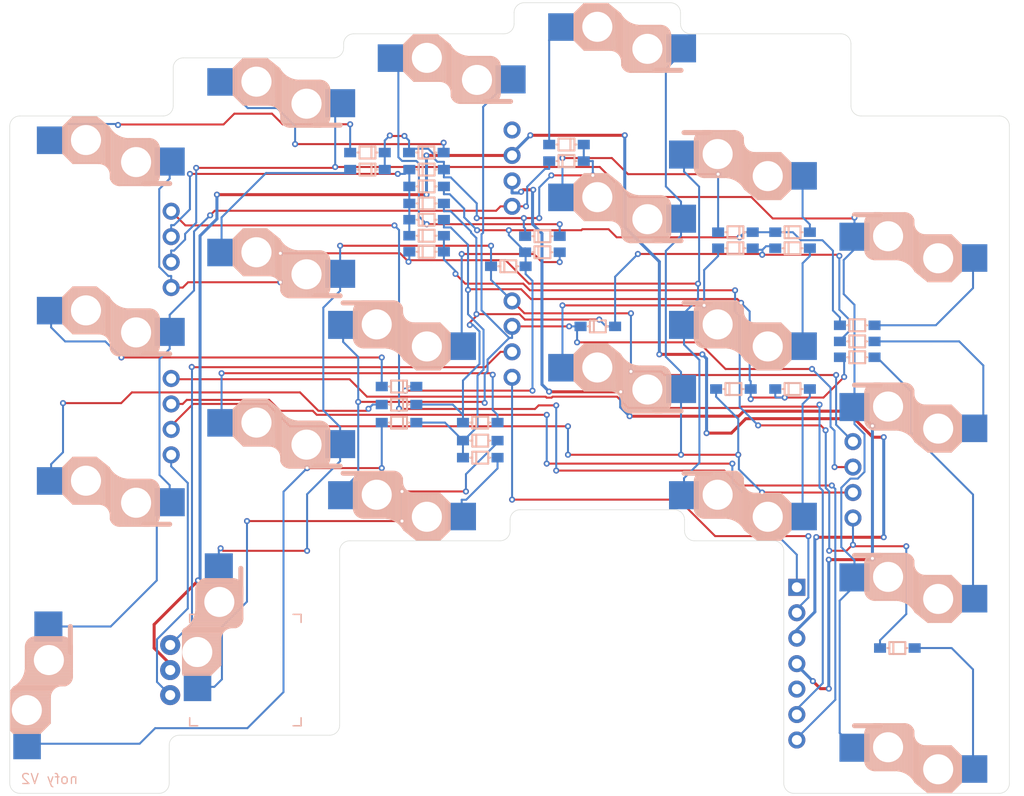
<source format=kicad_pcb>
(kicad_pcb (version 20241229) (generator "pcbnew") (generator_version "9.0")
  (title_block (title "nofy-Right") (date "2025-03-20") (company "FlightByte"))
  (layers (0 "F.Cu" signal) (2 "B.Cu" signal) (13 "F.Paste" user) (15 "B.Paste" user) (5 "F.SilkS" user "F.Silkscreen") (7 "B.SilkS" user "B.Silkscreen") (1 "F.Mask" user) (3 "B.Mask" user) (25 "Edge.Cuts" user))
  (net 0 "")
  (net 1 "CS")
  (net 2 "SCLK")
  (net 3 "MOTION")
  (net 4 "3.3V")
  (net 5 "SDIO")
  (net 6 "GND_R")
  (net 7 "RE_A_R")
  (net 8 "RE_B_R")
  (net 9 "Net-(D44-A)")
  (net 10 "Net-(D46-A)")
  (net 11 "Net-(D45-A)")
  (net 12 "Net-(D28-A)")
  (net 13 "Net-(D36-A)")
  (net 14 "Net-(D40-A)")
  (net 15 "Net-(D37-A)")
  (net 16 "Net-(D29-A)")
  (net 17 "Net-(D30-A)")
  (net 18 "Net-(D31-A)")
  (net 19 "Net-(D32-A)")
  (net 20 "Net-(D33-A)")
  (net 21 "Net-(D35-A)")
  (net 22 "Net-(D41-A)")
  (net 23 "Net-(D39-A)")
  (net 24 "Net-(D47-A)")
  (net 25 "Net-(D49-A)")
  (net 26 "Net-(D48-A)")
  (net 27 "Net-(D43-A)")
  (net 28 "Net-(D50-A)")
  (net 29 "Net-(D51-A)")
  (net 30 "Net-(D28-K)")
  (net 31 "Net-(D29-K)")
  (net 32 "Net-(D30-K)")
  (net 33 "Net-(D31-K)")
  (net 34 "Net-(D51-K)")
  (net 35 "INTR1")
  (net 36 "Pin6")
  (net 37 "Pin7")
  (net 38 "Pin8")
  (net 39 "Pin9")
  (net 40 "Pin10")
  (net 41 "Pin11")
  (net 43 "VCC_R")
  (footprint "nofy:Choc_v2_Hotswap_1u_17mm" (layer "F.Cu") (at 45.8125 67.32585 180)
    (property "Reference" "SW36" (hide yes))
    (property "Value" "SW_PUSH" (hide yes))
  )
  (footprint "nofy:Choc_v2_Hotswap_1u_17mm" (layer "F.Cu") (at 79.8125 61.82585 180)
    (property "Reference" "SW45" (hide yes))
    (property "Value" "SW_PUSH" (hide yes))
  )
  (footprint "nofy:Choc_v2_Hotswap_1u_17mm" (layer "F.Cu") (at 96.8125 47.92585)
    (property "Reference" "SW49" (hide yes))
    (property "Value" "SW_PUSH" (hide yes))
  )
  (footprint "nofy:Pin1x4" (layer "F.Cu") (at 104.0125 62.02585)
    (property "Reference" "J32" (hide yes))
    (property "Value" "PIn1x4" (hide yes))
  )
  (footprint "nofy:Choc_v2_Hotswap_1u_17mm" (layer "F.Cu") (at 28.8125 73.12585 180)
    (property "Reference" "SW33" (hide yes))
    (property "Value" "SW_PUSH" (hide yes))
  )
  (footprint "nofy:MountingHole_2.2mm_M2" (layer "F.Cu") (at 53.9125 58.82585)
    (property "Reference" "Hole4" (hide yes))
    (property "Value" "MountingHole_2.2mm_M2" (hide yes))
  )
  (footprint "nofy:Choc_v2_Hotswap_1u_17mm" (layer "F.Cu") (at 79.8125 44.82585 180)
    (property "Reference" "SW44" (hide yes))
    (property "Value" "SW_PUSH" (hide yes))
  )
  (footprint "nofy:Choc_v2_Hotswap_1u_17mm" (layer "F.Cu") (at 62.8125 47.92585)
    (property "Reference" "SW40" (hide yes))
    (property "Value" "SW_PUSH" (hide yes))
  )
  (footprint "nofy:Pin1x4" (layer "F.Cu") (at 70.0125 30.92585)
    (property "Reference" "Con_L_12" (hide yes))
    (property "Value" "PIn1x4" (hide yes))
  )
  (footprint "nofy:MountingHole_2.2mm_M2" (layer "F.Cu") (at 105.4125 81.62585)
    (property "Reference" "Hole6" (hide yes))
    (property "Value" "MountingHole_2.2mm_M2" (hide yes))
  )
  (footprint "nofy:Choc_v2_Hotswap_1u_17mm" (layer "F.Cu") (at 79.8125 27.82585 180)
    (property "Reference" "SW43" (hide yes))
    (property "Value" "SW_PUSH" (hide yes))
  )
  (footprint "nofy:Pin1x4" (layer "F.Cu") (at 36.0125 39.03085)
    (property "Reference" "Con_L_8" (hide yes))
    (property "Value" "PIn1x4" (hide yes))
  )
  (footprint "nofy:Choc_v2_Hotswap_1u_17mm" (layer "F.Cu") (at 28.8125 56.12585 180)
    (property "Reference" "SW32" (hide yes))
    (property "Value" "SW_PUSH" (hide yes))
  )
  (footprint "nofy:Choc_v2_Hotswap_1u_17mm" (layer "F.Cu") (at 28.8125 39.12585 180)
    (property "Reference" "SW47" (hide yes))
    (property "Value" "SW_PUSH" (hide yes))
  )
  (footprint "nofy:Choc_v2_Hotswap_1u_17mm" (layer "F.Cu") (at 113.8125 39.12585)
    (property "Reference" "SW52" (hide yes))
    (property "Value" "SW_PUSH" (hide yes))
  )
  (footprint "nofy:Pin1x4" (layer "F.Cu") (at 36.0125 55.72585)
    (property "Reference" "Con_L_10" (hide yes))
    (property "Value" "PIn1x4" (hide yes))
  )
  (footprint "nofy:Choc_v2_Hotswap_1u_17mm" (layer "F.Cu") (at 45.8125 33.30085 180)
    (property "Reference" "SW51" (hide yes))
    (property "Value" "SW_PUSH" (hide yes))
  )
  (footprint "nofy:Choc_v2_Hotswap_1u_17mm" (layer "F.Cu") (at 113.8125 56.12585)
    (property "Reference" "SW53" (hide yes))
    (property "Value" "SW_PUSH" (hide yes))
  )
  (footprint "_kicad_footprints:pmw3610_connector" (layer "F.Cu") (at 99.7125 85.48585)
    (property "Reference" "J9" (hide yes))
    (property "Value" "~")
  )
  (footprint "nofy:Pin1x4" (layer "F.Cu") (at 70.0125 47.98585)
    (property "Reference" "Con_L_14" (hide yes))
    (property "Value" "PIn1x4" (hide yes))
  )
  (footprint "nofy:Choc_v2_Hotswap_1u_17mm" (layer "F.Cu") (at 45.8125 84.32585 -90)
    (property "Reference" "SW37" (hide yes))
    (property "Value" "SW_PUSH" (hide yes))
  )
  (footprint "nofy:Choc_v2_Hotswap_1u_17mm" (layer "F.Cu") (at 45.8125 50.32585 180)
    (property "Reference" "SW35" (hide yes))
    (property "Value" "SW_PUSH" (hide yes))
  )
  (footprint "nofy:Choc_v2_Hotswap_1u_17mm" (layer "F.Cu") (at 113.8125 73.12585)
    (property "Reference" "SW54" (hide yes))
    (property "Value" "SW_PUSH" (hide yes))
  )
  (footprint "nofy:Choc_v2_Hotswap_1u_17mm" (layer "F.Cu") (at 96.8125 30.92585)
    (property "Reference" "SW48" (hide yes))
    (property "Value" "SW_PUSH" (hide yes))
  )
  (footprint "nofy:MountingHole_2.2mm_M2" (layer "F.Cu") (at 105.8125 47.62585)
    (property "Reference" "Hole5" (hide yes))
    (property "Value" "MountingHole_2.2mm_M2" (hide yes))
  )
  (footprint "nofy:Choc_v2_Hotswap_1u_17mm" (layer "F.Cu") (at 96.8125 64.92585)
    (property "Reference" "SW50" (hide yes))
    (property "Value" "SW_PUSH" (hide yes))
  )
  (footprint "nofy:Choc_v2_Hotswap_1u_17mm" (layer "F.Cu") (at 62.8125 30.92585 180)
    (property "Reference" "SW39" (hide yes))
    (property "Value" "SW_PUSH" (hide yes))
  )
  (footprint "nofy:Choc_v2_Hotswap_1u_17mm" (layer "F.Cu") (at 62.8125 64.92585)
    (property "Reference" "SW41" (hide yes))
    (property "Value" "SW_PUSH" (hide yes))
  )
  (footprint "nofy:Choc_v2_Hotswap_1u_17mm" (layer "F.Cu") (at 113.8125 90.12585)
    (property "Reference" "SW55" (hide yes))
    (property "Value" "SW_PUSH" (hide yes))
  )
  (footprint "nofy:Choc_v2_Hotswap_1u_17mm" (layer "F.Cu") (at 28.8125 90.12585 -90)
    (property "Reference" "SW34" (hide yes))
    (property "Value" "SW_PUSH" (hide yes))
  )
  (footprint "_kicad_footprints:Diode_SMD" (layer "B.Cu") (at 90.6094 58.07585)
    (property "Reference" "DS10")
    (property "Value" "D" (hide yes))
  )
  (footprint "_kicad_footprints:Diode_SMD" (layer "B.Cu") (at 60.0094 36.17585)
    (property "Reference" "DI7")
    (property "Value" "D" (hide yes))
  )
  (footprint "_kicad_footprints:Diode_SMD" (layer "B.Cu") (at 65.3594 64.92585)
    (property "Reference" "D37")
    (property "Value" "D" (hide yes))
  )
  (footprint "_kicad_footprints:Diode_SMD" (layer "B.Cu") (at 68.1594 45.82585)
    (property "Reference" "DS8")
    (property "Value" "D" (hide yes))
  )
  (footprint "_kicad_footprints:Diode_SMD" (layer "B.Cu") (at 65.3594 61.42585)
    (property "Reference" "D32")
    (property "Value" "D" (hide yes))
  )
  (footprint "_kicad_footprints:Diode_SMD" (layer "B.Cu") (at 102.9594 53.32585)
    (property "Reference" "D49")
    (property "Value" "D" (hide yes))
  )
  (footprint "_kicad_footprints:Diode_SMD" (layer "B.Cu") (at 71.5594 44.42585)
    (property "Reference" "D36")
    (property "Value" "D" (hide yes))
  )
  (footprint "_kicad_footprints:Diode_SMD" (layer "B.Cu") (at 59.6656 36.17585 180)
    (property "Reference" "D31")
    (property "Value" "D" (hide yes))
  )
  (footprint "_kicad_footprints:Diode_SMD" (layer "B.Cu") (at 60.0094 39.55715)
    (property "Reference" "DI9")
    (property "Value" "D" (hide yes))
  )
  (footprint "_kicad_footprints:Diode_SMD" (layer "B.Cu") (at 59.9828 34.47585)
    (property "Reference" "D47")
    (property "Value" "D" (hide yes))
  )
  (footprint "_kicad_footprints:Diode_SMD" (layer "B.Cu") (at 106.9594 83.92585)
    (property "Reference" "D51")
    (property "Value" "D" (hide yes))
  )
  (footprint "_kicad_footprints:Diode_SMD" (layer "B.Cu") (at 96.3656 44.02585 180)
    (property "Reference" "D41")
    (property "Value" "D" (hide yes))
  )
  (footprint "nofy:RotaryEncoder_EC12E" (layer "B.Cu") (at 44.7125 86.12585)
    (property "Reference" "SW4" (hide yes))
    (property "Value" "RotaryEncoder" (hide yes))
  )
  (footprint "_kicad_footprints:Diode_SMD" (layer "B.Cu") (at 73.9594 35.32585)
    (property "Reference" "DS7")
    (property "Value" "D" (hide yes))
  )
  (footprint "_kicad_footprints:Diode_SMD" (layer "B.Cu") (at 71.5594 42.82585)
    (property "Reference" "D35")
    (property "Value" "D" (hide yes))
  )
  (footprint "_kicad_footprints:Diode_SMD" (layer "B.Cu") (at 77.0859 51.82585)
    (property "Reference" "DS9")
    (property "Value" "D" (hide yes))
  )
  (footprint "_kicad_footprints:Diode_SMD" (layer "B.Cu") (at 96.3656 42.42585 180)
    (property "Reference" "D40")
    (property "Value" "D" (hide yes))
  )
  (footprint "_kicad_footprints:Diode_SMD" (layer "B.Cu") (at 60.0094 41.17585)
    (property "Reference" "DI10")
    (property "Value" "D" (hide yes))
  )
  (footprint "_kicad_footprints:Diode_SMD" (layer "B.Cu") (at 60.0094 42.77585)
    (property "Reference" "DI11")
    (property "Value" "D" (hide yes))
  )
  (footprint "_kicad_footprints:Diode_SMD" (layer "B.Cu") (at 102.9594 51.71645)
    (property "Reference" "D48")
    (property "Value" "D" (hide yes))
  )
  (footprint "_kicad_footprints:Diode_SMD" (layer "B.Cu") (at 65.3594 63.22585)
    (property "Reference" "D33")
    (property "Value" "D" (hide yes))
  )
  (footprint "_kicad_footprints:Diode_SMD" (layer "B.Cu") (at 96.5094 44.02585)
    (property "Reference" "D45")
    (property "Value" "D" (hide yes))
  )
  (footprint "_kicad_footprints:Diode_SMD" (layer "B.Cu") (at 96.5094 58.07585)
    (property "Reference" "D46")
    (property "Value" "D" (hide yes))
  )
  (footprint "_kicad_footprints:Diode_SMD" (layer "B.Cu") (at 62.8156 59.62585 180)
    (property "Reference" "D29")
    (property "Value" "D" (hide yes))
  )
  (footprint "_kicad_footprints:Diode_SMD" (layer "B.Cu") (at 79.5156 33.67585 180)
    (property "Reference" "D39")
    (property "Value" "D" (hide yes))
  )
  (footprint "_kicad_footprints:Diode_SMD" (layer "B.Cu") (at 96.5094 42.42585)
    (property "Reference" "D44")
    (property "Value" "D" (hide yes))
  )
  (footprint "_kicad_footprints:Diode_SMD" (layer "B.Cu") (at 59.6656 34.47585 180)
    (property "Reference" "D43")
    (property "Value" "D" (hide yes))
  )
  (footprint "_kicad_footprints:Diode_SMD" (layer "B.Cu") (at 62.8156 61.42585 180)
    (property "Reference" "D30")
    (property "Value" "D" (hide yes))
  )
  (footprint "_kicad_footprints:Diode_SMD" (layer "B.Cu") (at 60.0094 37.85715)
    (property "Reference" "DI8")
    (property "Value" "D" (hide yes))
  )
  (footprint "_kicad_footprints:Diode_SMD" (layer "B.Cu") (at 102.9594 54.90715)
    (property "Reference" "D50")
    (property "Value" "D" (hide yes))
  )
  (footprint "_kicad_footprints:Diode_SMD" (layer "B.Cu") (at 62.8156 57.82585 180)
    (property "Reference" "D28")
    (property "Value" "D" (hide yes))
  )
  (footprint "_kicad_footprints:Diode_SMD" (layer "B.Cu") (at 60.0094 44.37585)
    (property "Reference" "DS11")
    (property "Value" "D" (hide yes))
  )
  (gr_arc (start 54.5125 24.02585) (mid 54.219607 24.732957) (end 53.5125 25.02585) (stroke (width 0.05)) (layer "Edge.Cuts"))
  (gr_arc (start 87.5125 70.12585) (mid 88.219607 70.418743) (end 88.5125 71.12585) (stroke (width 0.05)) (layer "Edge.Cuts"))
  (gr_line (start 21.2125 31.82585) (end 21.2125 97.42585) (stroke (width 0.05)) (layer "Edge.Cuts"))
  (gr_arc (start 71.5125 20.52585) (mid 71.805393 19.818743) (end 72.5125 19.52585) (stroke (width 0.05)) (layer "Edge.Cuts"))
  (gr_arc (start 71.1125 71.12585) (mid 71.405393 70.418743) (end 72.1125 70.12585) (stroke (width 0.05)) (layer "Edge.Cuts"))
  (gr_line (start 99.4125 98.42585) (end 119.9125 98.42585) (stroke (width 0.05)) (layer "Edge.Cuts"))
  (gr_arc (start 37.1125 97.42585) (mid 36.819607 98.132957) (end 36.1125 98.42585) (stroke (width 0.05)) (layer "Edge.Cuts"))
  (gr_arc (start 71.5125 21.62585) (mid 71.219607 22.332957) (end 70.5125 22.62585) (stroke (width 0.05)) (layer "Edge.Cuts"))
  (gr_arc (start 106.1125 30.825843) (mid 105.405396 30.532949) (end 105.1125 29.825843) (stroke (width 0.05)) (layer "Edge.Cuts"))
  (gr_line (start 37.1125 97.42585) (end 37.1125 93.62585) (stroke (width 0.05)) (layer "Edge.Cuts"))
  (gr_line (start 71.5125 20.52585) (end 71.5125 21.62585) (stroke (width 0.05)) (layer "Edge.Cuts"))
  (gr_line (start 98.4125 74.22585) (end 98.4125 97.42585) (stroke (width 0.05)) (layer "Edge.Cuts"))
  (gr_arc (start 54.1125 74.22585) (mid 54.405393 73.518743) (end 55.1125 73.22585) (stroke (width 0.05)) (layer "Edge.Cuts"))
  (gr_line (start 87.1125 19.52585) (end 72.5125 19.52585) (stroke (width 0.05)) (layer "Edge.Cuts"))
  (gr_line (start 104.1125 22.62585) (end 89.1125 22.62585) (stroke (width 0.05)) (layer "Edge.Cuts"))
  (gr_arc (start 97.4125 73.22585) (mid 98.119607 73.518743) (end 98.4125 74.22585) (stroke (width 0.05)) (layer "Edge.Cuts"))
  (gr_line (start 71.1125 72.22585) (end 71.1125 71.12585) (stroke (width 0.05)) (layer "Edge.Cuts"))
  (gr_line (start 89.5125 73.22585) (end 97.4125 73.22585) (stroke (width 0.05)) (layer "Edge.Cuts"))
  (gr_arc (start 89.1125 22.62585) (mid 88.405393 22.332957) (end 88.1125 21.62585) (stroke (width 0.05)) (layer "Edge.Cuts"))
  (gr_line (start 55.1125 73.22585) (end 70.1125 73.22585) (stroke (width 0.05)) (layer "Edge.Cuts"))
  (gr_line (start 70.5125 22.62585) (end 55.5125 22.62585) (stroke (width 0.05)) (layer "Edge.Cuts"))
  (gr_arc (start 71.1125 72.22585) (mid 70.819607 72.932957) (end 70.1125 73.22585) (stroke (width 0.05)) (layer "Edge.Cuts"))
  (gr_arc (start 37.5125 26.02585) (mid 37.805393 25.318743) (end 38.5125 25.02585) (stroke (width 0.05)) (layer "Edge.Cuts"))
  (gr_arc (start 22.2125 98.42585) (mid 21.505393 98.132957) (end 21.2125 97.42585) (stroke (width 0.05)) (layer "Edge.Cuts"))
  (gr_arc (start 104.1125 22.62585) (mid 104.819607 22.918743) (end 105.1125 23.62585) (stroke (width 0.05)) (layer "Edge.Cuts"))
  (gr_line (start 72.1125 70.12585) (end 87.5125 70.12585) (stroke (width 0.05)) (layer "Edge.Cuts"))
  (gr_arc (start 89.5125 73.22585) (mid 88.805393 72.932957) (end 88.5125 72.22585) (stroke (width 0.05)) (layer "Edge.Cuts"))
  (gr_line (start 22.2125 98.42585) (end 36.1125 98.42585) (stroke (width 0.05)) (layer "Edge.Cuts"))
  (gr_arc (start 21.2125 31.82585) (mid 21.505393 31.118743) (end 22.2125 30.82585) (stroke (width 0.05)) (layer "Edge.Cuts"))
  (gr_line (start 37.5125 29.82585) (end 37.5125 26.02585) (stroke (width 0.05)) (layer "Edge.Cuts"))
  (gr_line (start 36.5125 30.82585) (end 22.2125 30.82585) (stroke (width 0.05)) (layer "Edge.Cuts"))
  (gr_arc (start 87.1125 19.52585) (mid 87.819607 19.818743) (end 88.1125 20.52585) (stroke (width 0.05)) (layer "Edge.Cuts"))
  (gr_line (start 88.5125 71.12585) (end 88.5125 72.22585) (stroke (width 0.05)) (layer "Edge.Cuts"))
  (gr_arc (start 99.4125 98.42585) (mid 98.705393 98.132957) (end 98.4125 97.42585) (stroke (width 0.05)) (layer "Edge.Cuts"))
  (gr_line (start 38.1125 92.62585) (end 53.1125 92.62585) (stroke (width 0.05)) (layer "Edge.Cuts"))
  (gr_line (start 88.1125 21.62585) (end 88.1125 20.52585) (stroke (width 0.05)) (layer "Edge.Cuts"))
  (gr_line (start 120.9125 31.82585) (end 120.9125 97.42585) (stroke (width 0.05)) (layer "Edge.Cuts"))
  (gr_line (start 53.5125 25.02585) (end 38.5125 25.02585) (stroke (width 0.05)) (layer "Edge.Cuts"))
  (gr_line (start 54.1125 91.62585) (end 54.1125 74.22585) (stroke (width 0.05)) (layer "Edge.Cuts"))
  (gr_line (start 105.1125 29.825843) (end 105.1125 23.62585) (stroke (width 0.05)) (layer "Edge.Cuts"))
  (gr_arc (start 119.9125 30.82585) (mid 120.619607 31.118743) (end 120.9125 31.82585) (stroke (width 0.05)) (layer "Edge.Cuts"))
  (gr_arc (start 37.5125 29.82585) (mid 37.219607 30.532957) (end 36.5125 30.82585) (stroke (width 0.05)) (layer "Edge.Cuts"))
  (gr_arc (start 37.1125 93.62585) (mid 37.405393 92.918743) (end 38.1125 92.62585) (stroke (width 0.05)) (layer "Edge.Cuts"))
  (gr_line (start 54.5125 23.62585) (end 54.5125 24.02585) (stroke (width 0.05)) (layer "Edge.Cuts"))
  (gr_arc (start 54.5125 23.62585) (mid 54.805393 22.918743) (end 55.5125 22.62585) (stroke (width 0.05)) (layer "Edge.Cuts"))
  (gr_arc (start 54.1125 91.62585) (mid 53.819607 92.332957) (end 53.1125 92.62585) (stroke (width 0.05)) (layer "Edge.Cuts"))
  (gr_line (start 119.9125 30.82585) (end 106.1125 30.825843) (stroke (width 0.05)) (layer "Edge.Cuts"))
  (gr_arc (start 120.9125 97.42585) (mid 120.619607 98.132957) (end 119.9125 98.42585) (stroke (width 0.05)) (layer "Edge.Cuts"))
  (gr_text "nofy V2" (at 28.1125 97.57585 0) (layer "B.SilkS") (effects (font (size 1 1) (thickness 0.125)) (justify left bottom mirror)))
  (segment (start 87.9232 69.11415) (end 91.5666 72.75755) (width 0.2) (layer "F.Cu") (net 1))
  (segment (start 71.3125 69.11415) (end 87.9232 69.11415) (width 0.2) (layer "F.Cu") (net 1))
  (segment (start 91.5666 72.75755) (end 100.8642 72.75755) (width 0.2) (layer "F.Cu") (net 1))
  (via (at 100.8642 72.75755) (size 0.6) (drill 0.3) (layers "F.Cu" "B.Cu") (net 1))
  (via (at 71.3125 69.11415) (size 0.6) (drill 0.3) (layers "F.Cu" "B.Cu") (net 1))
  (segment (start 71.3125 56.90585) (end 71.3125 69.11415) (width 0.2) (layer "B.Cu") (net 1))
  (segment (start 99.7125 80.40585) (end 99.7125 80.04595) (width 0.2) (layer "B.Cu") (net 1))
  (segment (start 99.7125 80.04595) (end 100.8642 78.89425) (width 0.2) (layer "B.Cu") (net 1))
  (segment (start 100.8642 78.89425) (end 100.8642 72.75755) (width 0.2) (layer "B.Cu") (net 1))
  (segment (start 38.8659 59.16415) (end 47.0882 59.16415) (width 0.2) (layer "F.Cu") (net 2))
  (segment (start 51.8325 60.65045) (end 74.7671 60.65045) (width 0.2) (layer "F.Cu") (net 2))
  (segment (start 93.2811 65.51895) (end 74.7671 65.51895) (width 0.2) (layer "F.Cu") (net 2))
  (segment (start 48.1728 60.24875) (end 51.4308 60.24875) (width 0.2) (layer "F.Cu") (net 2))
  (segment (start 51.4308 60.24875) (end 51.8325 60.65045) (width 0.2) (layer "F.Cu") (net 2))
  (segment (start 47.0882 59.16415) (end 48.1728 60.24875) (width 0.2) (layer "F.Cu") (net 2))
  (segment (start 38.4642 59.56585) (end 38.8659 59.16415) (width 0.2) (layer "F.Cu") (net 2))
  (segment (start 37.3125 59.56585) (end 38.4642 59.56585) (width 0.2) (layer "F.Cu") (net 2))
  (via (at 93.2811 65.51895) (size 0.6) (drill 0.3) (layers "F.Cu" "B.Cu") (net 2))
  (via (at 74.7671 60.65045) (size 0.6) (drill 0.3) (layers "F.Cu" "B.Cu") (net 2))
  (via (at 74.7671 65.51895) (size 0.6) (drill 0.3) (layers "F.Cu" "B.Cu") (net 2))
  (segment (start 96.177 72.73975) (end 97.8397 72.73975) (width 0.2) (layer "B.Cu") (net 2))
  (segment (start 93.2811 67.37185) (end 94.8311 68.92185) (width 0.2) (layer "B.Cu") (net 2))
  (segment (start 74.7671 60.65045) (end 74.7671 65.51895) (width 0.2) (layer "B.Cu") (net 2))
  (segment (start 94.8311 68.92185) (end 94.8311 71.39385) (width 0.2) (layer "B.Cu") (net 2))
  (segment (start 93.2811 65.51895) (end 93.2811 67.37185) (width 0.2) (layer "B.Cu") (net 2))
  (segment (start 97.8397 72.73975) (end 99.7125 74.61255) (width 0.2) (layer "B.Cu") (net 2))
  (segment (start 94.8311 71.39385) (end 96.177 72.73975) (width 0.2) (layer "B.Cu") (net 2))
  (segment (start 99.7125 74.61255) (end 99.7125 77.86585) (width 0.2) (layer "B.Cu") (net 2))
  (segment (start 73.6016 60.06675) (end 73.958 59.71035) (width 0.2) (layer "F.Cu") (net 3))
  (segment (start 73.958 59.71035) (end 75.7151 59.71035) (width 0.2) (layer "F.Cu") (net 3))
  (segment (start 38.7318 41.75015) (end 59.5809 41.75015) (width 0.2) (layer "F.Cu") (net 3))
  (segment (start 93.9718 67.70305) (end 92.4842 66.21545) (width 0.2) (layer "F.Cu") (net 3))
  (segment (start 60.0375 60.03615) (end 60.0681 60.06675) (width 0.2) (layer "F.Cu") (net 3))
  (segment (start 103.2013 67.70305) (end 93.9718 67.70305) (width 0.2) (layer "F.Cu") (net 3))
  (segment (start 37.3125 40.33085) (end 38.7318 41.75015) (width 0.2) (layer "F.Cu") (net 3))
  (segment (start 92.4842 66.21545) (end 75.7151 66.21545) (width 0.2) (layer "F.Cu") (net 3))
  (segment (start 60.0681 60.06675) (end 73.6016 60.06675) (width 0.2) (layer "F.Cu") (net 3))
  (via (at 75.7151 66.21545) (size 0.6) (drill 0.3) (layers "F.Cu" "B.Cu") (net 3))
  (via (at 60.0375 60.03615) (size 0.6) (drill 0.3) (layers "F.Cu" "B.Cu") (net 3))
  (via (at 59.5809 41.75015) (size 0.6) (drill 0.3) (layers "F.Cu" "B.Cu") (net 3))
  (via (at 103.2013 67.70305) (size 0.6) (drill 0.3) (layers "F.Cu" "B.Cu") (net 3))
  (via (at 75.7151 59.71035) (size 0.6) (drill 0.3) (layers "F.Cu" "B.Cu") (net 3))
  (segment (start 60.0375 42.20675) (end 60.0375 60.03615) (width 0.2) (layer "B.Cu") (net 3))
  (segment (start 103.5518 89.08655) (end 103.5518 68.05355) (width 0.2) (layer "B.Cu") (net 3))
  (segment (start 59.5809 41.75015) (end 60.0375 42.20675) (width 0.2) (layer "B.Cu") (net 3))
  (segment (start 99.7125 93.10585) (end 99.7125 92.92585) (width 0.2) (layer "B.Cu") (net 3))
  (segment (start 75.7151 66.21545) (end 75.7151 59.71035) (width 0.2) (layer "B.Cu") (net 3))
  (segment (start 103.5518 68.05355) (end 103.2013 67.70305) (width 0.2) (layer "B.Cu") (net 3))
  (segment (start 99.7125 92.92585) (end 103.5518 89.08655) (width 0.2) (layer "B.Cu") (net 3))
  (segment (start 107.2539 61.75595) (end 105.7831 60.28515) (width 0.3) (layer "F.Cu") (net 4))
  (segment (start 105.7831 60.28515) (end 94.4133 60.28515) (width 0.3) (layer "F.Cu") (net 4))
  (segment (start 72.4121 38.19285) (end 73.4192 38.19285) (width 0.3) (layer "F.Cu") (net 4))
  (segment (start 93.9116 60.78685) (end 83.0388 60.78685) (width 0.3) (layer "F.Cu") (net 4))
  (segment (start 102.0624 87.97945) (end 102.9004 87.97945) (width 0.3) (layer "F.Cu") (net 4))
  (segment (start 82.1435 58.35475) (end 75.0274 58.35475) (width 0.3) (layer "F.Cu") (net 4))
  (segment (start 101.3134 87.23045) (end 102.0624 87.97945) (width 0.3) (layer "F.Cu") (net 4))
  (segment (start 102.9004 75.10665) (end 107.1266 75.10665) (width 0.3) (layer "F.Cu") (net 4))
  (segment (start 94.4133 60.28515) (end 93.9116 60.78685) (width 0.3) (layer "F.Cu") (net 4))
  (segment (start 75.0274 58.35475) (end 75.0054 58.33275) (width 0.3) (layer "F.Cu") (net 4))
  (segment (start 72.2158 38.38915) (end 72.4121 38.19285) (width 0.3) (layer "F.Cu") (net 4))
  (segment (start 107.1266 75.10665) (end 107.2539 74.97935) (width 0.3) (layer "F.Cu") (net 4))
  (via (at 107.2539 61.75595) (size 0.6) (drill 0.3) (layers "F.Cu" "B.Cu") (net 4))
  (via (at 73.4192 38.19285) (size 0.6) (drill 0.3) (layers "F.Cu" "B.Cu") (net 4))
  (via (at 101.3134 87.23045) (size 0.6) (drill 0.3) (layers "F.Cu" "B.Cu") (net 4))
  (via (at 102.9004 75.10665) (size 0.6) (drill 0.3) (layers "F.Cu" "B.Cu") (net 4))
  (via (at 83.0388 60.78685) (size 0.6) (drill 0.3) (layers "F.Cu" "B.Cu") (net 4))
  (via (at 75.0054 58.33275) (size 0.6) (drill 0.3) (layers "F.Cu" "B.Cu") (net 4))
  (via (at 107.2539 74.97935) (size 0.6) (drill 0.3) (layers "F.Cu" "B.Cu") (net 4))
  (via (at 102.9004 87.97945) (size 0.6) (drill 0.3) (layers "F.Cu" "B.Cu") (net 4))
  (via (at 82.1435 58.35475) (size 0.6) (drill 0.3) (layers "F.Cu" "B.Cu") (net 4))
  (via (at 72.2158 38.38915) (size 0.6) (drill 0.3) (layers "F.Cu" "B.Cu") (net 4))
  (segment (start 74.2933 42.55445) (end 73.3544 41.61555) (width 0.3) (layer "B.Cu") (net 4))
  (segment (start 107.2539 61.75595) (end 107.2539 74.97935) (width 0.3) (layer "B.Cu") (net 4))
  (segment (start 72.2158 38.38915) (end 72.0974 38.50755) (width 0.3) (layer "B.Cu") (net 4))
  (segment (start 73.3544 38.25765) (end 73.4192 38.19285) (width 0.3) (layer "B.Cu") (net 4))
  (segment (start 71.3125 37.30585) (end 71.3125 38.50755) (width 0.3) (layer "B.Cu") (net 4))
  (segment (start 72.0974 38.50755) (end 71.3125 38.50755) (width 0.3) (layer "B.Cu") (net 4))
  (segment (start 75.0054 58.33275) (end 74.2933 57.62065) (width 0.3) (layer "B.Cu") (net 4))
  (segment (start 102.9004 75.10665) (end 102.9004 87.97945) (width 0.3) (layer "B.Cu") (net 4))
  (segment (start 82.1435 59.89155) (end 83.0388 60.78685) (width 0.3) (layer "B.Cu") (net 4))
  (segment (start 74.2933 57.62065) (end 74.2933 42.55445) (width 0.3) (layer "B.Cu") (net 4))
  (segment (start 73.3544 41.61555) (end 73.3544 38.25765) (width 0.3) (layer "B.Cu") (net 4))
  (segment (start 99.7125 85.62955) (end 101.3134 87.23045) (width 0.3) (layer "B.Cu") (net 4))
  (segment (start 82.1435 58.35475) (end 82.1435 59.89155) (width 0.3) (layer "B.Cu") (net 4))
  (segment (start 99.7125 85.48585) (end 99.7125 85.62955) (width 0.3) (layer "B.Cu") (net 4))
  (segment (start 101.9762 59.63335) (end 101.7761 59.83345) (width 0.2) (layer "F.Cu") (net 5))
  (segment (start 37.3898 57.10315) (end 37.3125 57.02585) (width 0.2) (layer "F.Cu") (net 5))
  (segment (start 56.8341 58.83855) (end 55.0987 57.10315) (width 0.2) (layer "F.Cu") (net 5))
  (segment (start 55.0987 57.10315) (end 37.3898 57.10315) (width 0.2) (layer "F.Cu") (net 5))
  (segment (start 94.0917 59.96805) (end 82.906 59.96805) (width 0.2) (layer "F.Cu") (net 5))
  (segment (start 82.906 59.96805) (end 81.7765 58.83855) (width 0.2) (layer "F.Cu") (net 5))
  (segment (start 94.2263 59.83345) (end 94.0917 59.96805) (width 0.2) (layer "F.Cu") (net 5))
  (segment (start 101.7761 59.83345) (end 94.2263 59.83345) (width 0.2) (layer "F.Cu") (net 5))
  (segment (start 74.6604 58.83855) (end 56.8341 58.83855) (width 0.2) (layer "F.Cu") (net 5))
  (segment (start 75.3505 58.83855) (end 75.2546 58.93445) (width 0.2) (layer "F.Cu") (net 5))
  (segment (start 81.7765 58.83855) (end 75.3505 58.83855) (width 0.2) (layer "F.Cu") (net 5))
  (segment (start 74.7563 58.93445) (end 74.6604 58.83855) (width 0.2) (layer "F.Cu") (net 5))
  (segment (start 75.2546 58.93445) (end 74.7563 58.93445) (width 0.2) (layer "F.Cu") (net 5))
  (via (at 101.9762 59.63335) (size 0.6) (drill 0.3) (layers "F.Cu" "B.Cu") (net 5))
  (segment (start 102.2987 87.43965) (end 102.2987 68.21925) (width 0.2) (layer "B.Cu") (net 5))
  (segment (start 99.7125 90.56585) (end 99.7125 90.02585) (width 0.2) (layer "B.Cu") (net 5))
  (segment (start 102.2987 68.21925) (end 101.9762 67.89675) (width 0.2) (layer "B.Cu") (net 5))
  (segment (start 99.7125 90.02585) (end 102.2987 87.43965) (width 0.2) (layer "B.Cu") (net 5))
  (segment (start 101.9762 67.89675) (end 101.9762 59.63335) (width 0.2) (layer "B.Cu") (net 5))
  (segment (start 37.1497 86.06305) (end 37.2125 86.12585) (width 0.3) (layer "F.Cu") (net 6))
  (segment (start 107.2888 62.88405) (end 108.3785 62.88405) (width 0.3) (layer "F.Cu") (net 6))
  (segment (start 101.672304 72.86965) (end 108.3785 72.86965) (width 0.3) (layer "F.Cu") (net 6))
  (segment (start 73.1332 32.75245) (end 82.5506 32.75245) (width 0.3) (layer "F.Cu") (net 6))
  (segment (start 35.6125 83.936453) (end 37.1497 85.473653) (width 0.3) (layer "F.Cu") (net 6))
  (segment (start 105.4417 61.03695) (end 107.2888 62.88405) (width 0.3) (layer "F.Cu") (net 6))
  (segment (start 94.6211 61.03695) (end 105.4417 61.03695) (width 0.3) (layer "F.Cu") (net 6))
  (segment (start 41.8734 38.67585) (end 62.7742 38.67585) (width 0.3) (layer "F.Cu") (net 6))
  (segment (start 71.3125 34.76585) (end 62.7742 34.76585) (width 0.3) (layer "F.Cu") (net 6))
  (segment (start 35.6125 81.57585) (end 35.6125 83.936453) (width 0.3) (layer "F.Cu") (net 6))
  (segment (start 62.7742 34.76585) (end 62.7731 34.76695) (width 0.3) (layer "F.Cu") (net 6))
  (segment (start 39.9885 77.17795) (end 39.9885 77.19985) (width 0.3) (layer "F.Cu") (net 6))
  (segment (start 37.1497 85.473653) (end 37.1497 86.06305) (width 0.3) (layer "F.Cu") (net 6))
  (segment (start 90.7108 62.47555) (end 93.1825 62.47555) (width 0.3) (layer "F.Cu") (net 6))
  (segment (start 93.1825 62.47555) (end 94.6211 61.03695) (width 0.3) (layer "F.Cu") (net 6))
  (segment (start 90.2893 54.61815) (end 86.0022 54.61815) (width 0.3) (layer "F.Cu") (net 6))
  (segment (start 101.65818 72.855526) (end 101.672304 72.86965) (width 0.3) (layer "F.Cu") (net 6))
  (segment (start 39.9885 77.19985) (end 35.6125 81.57585) (width 0.3) (layer "F.Cu") (net 6))
  (via (at 101.65818 72.855526) (size 0.6) (drill 0.3) (layers "F.Cu" "B.Cu") (net 6))
  (via (at 41.8734 38.67585) (size 0.6) (drill 0.3) (layers "F.Cu" "B.Cu") (net 6))
  (via (at 73.1332 32.75245) (size 0.6) (drill 0.3) (layers "F.Cu" "B.Cu") (net 6))
  (via (at 90.2893 54.61815) (size 0.6) (drill 0.3) (layers "F.Cu" "B.Cu") (net 6))
  (via (at 82.5506 32.75245) (size 0.6) (drill 0.3) (layers "F.Cu" "B.Cu") (net 6))
  (via (at 108.3785 72.86965) (size 0.6) (drill 0.3) (layers "F.Cu" "B.Cu") (net 6))
  (via (at 39.9885 77.17795) (size 0.6) (drill 0.3) (layers "F.Cu" "B.Cu") (net 6))
  (via (at 62.7731 34.76695) (size 0.6) (drill 0.3) (layers "F.Cu" "B.Cu") (net 6))
  (via (at 90.7108 62.47555) (size 0.6) (drill 0.3) (layers "F.Cu" "B.Cu") (net 6))
  (via (at 108.3785 62.88405) (size 0.6) (drill 0.3) (layers "F.Cu" "B.Cu") (net 6))
  (via (at 62.7742 38.67585) (size 0.6) (drill 0.3) (layers "F.Cu" "B.Cu") (net 6))
  (via (at 86.0022 54.61815) (size 0.6) (drill 0.3) (layers "F.Cu" "B.Cu") (net 6))
  (segment (start 41.8734 38.67585) (end 41.8734 41.10205) (width 0.3) (layer "B.Cu") (net 6))
  (segment (start 41.8734 41.10205) (end 40.1908 42.78465) (width 0.3) (layer "B.Cu") (net 6))
  (segment (start 99.4125 82.64585) (end 99.7125 82.94585) (width 0.3) (layer "B.Cu") (net 6))
  (segment (start 90.2893 54.61815) (end 90.7108 55.03965) (width 0.3) (layer "B.Cu") (net 6))
  (segment (start 71.3125 34.57315) (end 73.1332 32.75245) (width 0.3) (layer "B.Cu") (net 6))
  (segment (start 40.1908 42.78465) (end 40.1908 76.97565) (width 0.3) (layer "B.Cu") (net 6))
  (segment (start 71.3125 34.76585) (end 71.3125 34.57315) (width 0.3) (layer "B.Cu") (net 6))
  (segment (start 62.7742 38.67585) (end 62.7742 34.76805) (width 0.3) (layer "B.Cu") (net 6))
  (segment (start 82.5506 32.75245) (end 82.5506 41.91485) (width 0.3) (layer "B.Cu") (net 6))
  (segment (start 90.7108 55.03965) (end 90.7108 62.47555) (width 0.3) (layer "B.Cu") (net 6))
  (segment (start 82.5506 41.91485) (end 86.0022 45.36645) (width 0.3) (layer "B.Cu") (net 6))
  (segment (start 99.4125 82.41965) (end 99.4125 82.64585) (width 0.3) (layer "B.Cu") (net 6))
  (segment (start 101.65818 72.855526) (end 101.5125 73.001206) (width 0.3) (layer "B.Cu") (net 6))
  (segment (start 86.0022 45.36645) (end 86.0022 54.61815) (width 0.3) (layer "B.Cu") (net 6))
  (segment (start 101.5125 73.001206) (end 101.5125 80.31965) (width 0.3) (layer "B.Cu") (net 6))
  (segment (start 101.5125 80.31965) (end 99.4125 82.41965) (width 0.3) (layer "B.Cu") (net 6))
  (segment (start 108.3785 62.88405) (end 108.3785 72.86965) (width 0.3) (layer "B.Cu") (net 6))
  (segment (start 62.7742 34.76805) (end 62.7731 34.76695) (width 0.3) (layer "B.Cu") (net 6))
  (segment (start 40.1908 76.97565) (end 39.9885 77.17795) (width 0.3) (layer "B.Cu") (net 6))
  (segment (start 35.8955 87.30885) (end 37.2125 88.62585) (width 0.2) (layer "B.Cu") (net 7))
  (segment (start 37.3125 65.79755) (end 38.968 67.45305) (width 0.2) (layer "B.Cu") (net 7))
  (segment (start 37.3125 64.64585) (end 37.3125 65.79755) (width 0.2) (layer "B.Cu") (net 7))
  (segment (start 38.968 79.97775) (end 35.8955 83.05025) (width 0.2) (layer "B.Cu") (net 7))
  (segment (start 35.8955 83.05025) (end 35.8955 87.30885) (width 0.2) (layer "B.Cu") (net 7))
  (segment (start 38.968 67.45305) (end 38.968 79.97775) (width 0.2) (layer "B.Cu") (net 7))
  (segment (start 68.6269 55.89975) (end 70.1608 54.36585) (width 0.2) (layer "F.Cu") (net 8))
  (segment (start 39.3625 55.87585) (end 39.3864 55.89975) (width 0.2) (layer "F.Cu") (net 8))
  (segment (start 70.1608 54.36585) (end 71.3125 54.36585) (width 0.2) (layer "F.Cu") (net 8))
  (segment (start 39.3864 55.89975) (end 68.6269 55.89975) (width 0.2) (layer "F.Cu") (net 8))
  (via (at 39.3625 55.87585) (size 0.6) (drill 0.3) (layers "F.Cu" "B.Cu") (net 8))
  (segment (start 39.3625 55.87585) (end 39.3625 55.99185) (width 0.2) (layer "B.Cu") (net 8))
  (segment (start 39.3868 56.01615) (end 39.3868 81.45155) (width 0.2) (layer "B.Cu") (net 8))
  (segment (start 39.3625 55.99185) (end 39.3868 56.01615) (width 0.2) (layer "B.Cu") (net 8))
  (segment (start 39.3868 81.45155) (end 37.2125 83.62585) (width 0.2) (layer "B.Cu") (net 8))
  (segment (start 100.2875 40.92415) (end 101.0125 41.64915) (width 0.2) (layer "B.Cu") (net 9))
  (segment (start 100.2875 36.80085) (end 100.2875 40.92415) (width 0.2) (layer "B.Cu") (net 9))
  (segment (start 101.0125 42.42585) (end 101.0125 41.64915) (width 0.2) (layer "B.Cu") (net 9))
  (segment (start 100.2875 59.57755) (end 101.0125 58.85255) (width 0.2) (layer "B.Cu") (net 10))
  (segment (start 101.0125 58.07585) (end 101.0125 58.85255) (width 0.2) (layer "B.Cu") (net 10))
  (segment (start 100.2875 70.80085) (end 100.2875 59.57755) (width 0.2) (layer "B.Cu") (net 10))
  (segment (start 100.2875 53.80085) (end 100.2875 45.52755) (width 0.2) (layer "B.Cu") (net 11))
  (segment (start 100.2875 45.52755) (end 101.0125 44.80255) (width 0.2) (layer "B.Cu") (net 11))
  (segment (start 101.0125 44.02585) (end 101.0125 44.80255) (width 0.2) (layer "B.Cu") (net 11))
  (segment (start 32.3455 54.92845) (end 58.3125 54.92845) (width 0.2) (layer "F.Cu") (net 12))
  (via (at 32.3455 54.92845) (size 0.6) (drill 0.3) (layers "F.Cu" "B.Cu") (net 12))
  (via (at 58.3125 54.92845) (size 0.6) (drill 0.3) (layers "F.Cu" "B.Cu") (net 12))
  (segment (start 58.3125 57.82585) (end 58.3125 54.92845) (width 0.2) (layer "B.Cu") (net 12))
  (segment (start 25.3375 50.25085) (end 25.3375 51.92755) (width 0.2) (layer "B.Cu") (net 12))
  (segment (start 25.3375 51.92755) (end 26.7394 53.32945) (width 0.2) (layer "B.Cu") (net 12))
  (segment (start 26.7394 53.32945) (end 30.7465 53.32945) (width 0.2) (layer "B.Cu") (net 12))
  (segment (start 30.7465 53.32945) (end 32.3455 54.92845) (width 0.2) (layer "B.Cu") (net 12))
  (segment (start 73.4871 44.60045) (end 66.2875 44.60045) (width 0.2) (layer "F.Cu") (net 13))
  (segment (start 76.0625 45.40685) (end 74.2935 45.40685) (width 0.2) (layer "F.Cu") (net 13))
  (segment (start 74.2935 45.40685) (end 73.4871 44.60045) (width 0.2) (layer "F.Cu") (net 13))
  (via (at 66.2875 44.60045) (size 0.6) (drill 0.3) (layers "F.Cu" "B.Cu") (net 13))
  (via (at 76.0625 45.40685) (size 0.6) (drill 0.3) (layers "F.Cu" "B.Cu") (net 13))
  (segment (start 76.0625 44.42585) (end 76.0625 45.40685) (width 0.2) (layer "B.Cu") (net 13))
  (segment (start 66.2875 44.60045) (end 66.2875 53.80085) (width 0.2) (layer "B.Cu") (net 13))
  (segment (start 82.8738 36.63275) (end 91.8625 36.63275) (width 0.2) (layer "F.Cu") (net 14))
  (segment (start 76.3375 35.02545) (end 81.2665 35.02545) (width 0.2) (layer "F.Cu") (net 14))
  (segment (start 81.2665 35.02545) (end 82.8738 36.63275) (width 0.2) (layer "F.Cu") (net 14))
  (via (at 76.3375 35.02545) (size 0.6) (drill 0.3) (layers "F.Cu" "B.Cu") (net 14))
  (via (at 91.8625 36.63275) (size 0.6) (drill 0.3) (layers "F.Cu" "B.Cu") (net 14))
  (segment (start 76.3375 38.95085) (end 76.3375 35.02545) (width 0.2) (layer "B.Cu") (net 14))
  (segment (start 91.8625 42.42585) (end 91.8625 36.63275) (width 0.2) (layer "B.Cu") (net 14))
  (segment (start 66.7378 69.12415) (end 69.8625 65.99945) (width 0.2) (layer "B.Cu") (net 15))
  (segment (start 69.8625 64.92585) (end 69.8625 65.70255) (width 0.2) (layer "B.Cu") (net 15))
  (segment (start 66.2875 69.12415) (end 66.7378 69.12415) (width 0.2) (layer "B.Cu") (net 15))
  (segment (start 66.2875 70.80085) (end 66.2875 69.12415) (width 0.2) (layer "B.Cu") (net 15))
  (segment (start 69.8625 65.99945) (end 69.8625 65.70255) (width 0.2) (layer "B.Cu") (net 15))
  (segment (start 56.991 60.04805) (end 56.7903 60.24875) (width 0.2) (layer "F.Cu") (net 16))
  (segment (start 51.9988 60.24875) (end 50.1642 58.41415) (width 0.2) (layer "F.Cu") (net 16))
  (segment (start 50.1642 58.41415) (end 33.3901 58.41415) (width 0.2) (layer "F.Cu") (net 16))
  (segment (start 56.7903 60.24875) (end 51.9988 60.24875) (width 0.2) (layer "F.Cu") (net 16))
  (segment (start 32.3216 59.48265) (end 26.5235 59.48265) (width 0.2) (layer "F.Cu") (net 16))
  (segment (start 33.3901 58.41415) (end 32.3216 59.48265) (width 0.2) (layer "F.Cu") (net 16))
  (via (at 26.5235 59.48265) (size 0.6) (drill 0.3) (layers "F.Cu" "B.Cu") (net 16))
  (via (at 56.991 60.04805) (size 0.6) (drill 0.3) (layers "F.Cu" "B.Cu") (net 16))
  (segment (start 25.3375 67.25085) (end 25.3375 65.57415) (width 0.2) (layer "B.Cu") (net 16))
  (segment (start 26.5235 64.38815) (end 26.5235 59.48265) (width 0.2) (layer "B.Cu") (net 16))
  (segment (start 57.4108 59.62585) (end 56.991 60.04565) (width 0.2) (layer "B.Cu") (net 16))
  (segment (start 25.3375 65.57415) (end 26.5235 64.38815) (width 0.2) (layer "B.Cu") (net 16))
  (segment (start 58.3125 59.62585) (end 57.4108 59.62585) (width 0.2) (layer "B.Cu") (net 16))
  (segment (start 56.991 60.04565) (end 56.991 60.04805) (width 0.2) (layer "B.Cu") (net 16))
  (segment (start 50.8707 65.96895) (end 58.3125 65.96895) (width 0.2) (layer "F.Cu") (net 17))
  (via (at 50.8707 65.96895) (size 0.6) (drill 0.3) (layers "F.Cu" "B.Cu") (net 17))
  (via (at 58.3125 65.96895) (size 0.6) (drill 0.3) (layers "F.Cu" "B.Cu") (net 17))
  (segment (start 44.9125 91.92585) (end 35.7125 91.92585) (width 0.2) (layer "B.Cu") (net 17))
  (segment (start 50.8707 65.96895) (end 48.5142 68.32545) (width 0.2) (layer "B.Cu") (net 17))
  (segment (start 58.3125 61.42585) (end 58.3125 65.96895) (width 0.2) (layer "B.Cu") (net 17))
  (segment (start 34.1625 93.47585) (end 23.0625 93.47585) (width 0.2) (layer "B.Cu") (net 17))
  (segment (start 48.5142 88.32415) (end 44.9125 91.92585) (width 0.2) (layer "B.Cu") (net 17))
  (segment (start 35.7125 91.92585) (end 34.1625 93.47585) (width 0.2) (layer "B.Cu") (net 17))
  (segment (start 48.5142 68.32545) (end 48.5142 88.32415) (width 0.2) (layer "B.Cu") (net 17))
  (segment (start 23.0625 93.47585) (end 22.9375 93.60085) (width 0.2) (layer "B.Cu") (net 17))
  (segment (start 46.7698 36.51855) (end 42.3375 40.95085) (width 0.2) (layer "B.Cu") (net 18))
  (segment (start 55.162475 36.17585) (end 54.819775 36.51855) (width 0.2) (layer "B.Cu") (net 18))
  (segment (start 42.3375 40.95085) (end 42.3375 44.45085) (width 0.2) (layer "B.Cu") (net 18))
  (segment (start 55.1625 36.17585) (end 55.162475 36.17585) (width 0.2) (layer "B.Cu") (net 18))
  (segment (start 54.819775 36.51855) (end 46.7698 36.51855) (width 0.2) (layer "B.Cu") (net 18))
  (segment (start 69.2341 56.50145) (end 69.3796 56.64695) (width 0.2) (layer "F.Cu") (net 19))
  (segment (start 42.3375 56.50145) (end 69.2341 56.50145) (width 0.2) (layer "F.Cu") (net 19))
  (via (at 42.3375 56.50145) (size 0.6) (drill 0.3) (layers "F.Cu" "B.Cu") (net 19))
  (via (at 69.3796 56.64695) (size 0.6) (drill 0.3) (layers "F.Cu" "B.Cu") (net 19))
  (segment (start 69.3796 60.16625) (end 69.3796 56.64695) (width 0.2) (layer "B.Cu") (net 19))
  (segment (start 69.8625 60.64915) (end 69.3796 60.16625) (width 0.2) (layer "B.Cu") (net 19))
  (segment (start 69.8625 61.42585) (end 69.8625 60.64915) (width 0.2) (layer "B.Cu") (net 19))
  (segment (start 42.3375 61.45085) (end 42.3375 56.50145) (width 0.2) (layer "B.Cu") (net 19))
  (segment (start 60.3321 68.30075) (end 66.7103 68.30075) (width 0.2) (layer "F.Cu") (net 20))
  (segment (start 44.8725 71.25455) (end 60.3321 71.25455) (width 0.2) (layer "F.Cu") (net 20))
  (via (at 60.3321 71.25455) (size 0.6) (drill 0.3) (layers "F.Cu" "B.Cu") (net 20))
  (via (at 66.7103 68.30075) (size 0.6) (drill 0.3) (layers "F.Cu" "B.Cu") (net 20))
  (via (at 44.8725 71.25455) (size 0.6) (drill 0.3) (layers "F.Cu" "B.Cu") (net 20))
  (via (at 60.3321 68.30075) (size 0.6) (drill 0.3) (layers "F.Cu" "B.Cu") (net 20))
  (segment (start 66.7103 66.57225) (end 66.7103 68.30075) (width 0.2) (layer "B.Cu") (net 20))
  (segment (start 39.9375 87.80085) (end 41.6142 87.80085) (width 0.2) (layer "B.Cu") (net 20))
  (segment (start 42.3719 81.80075) (end 44.8725 79.30015) (width 0.2) (layer "B.Cu") (net 20))
  (segment (start 41.6142 87.80085) (end 42.3719 87.04315) (width 0.2) (layer "B.Cu") (net 20))
  (segment (start 69.8625 63.22585) (end 69.8625 63.42005) (width 0.2) (layer "B.Cu") (net 20))
  (segment (start 69.8625 63.42005) (end 66.7103 66.57225) (width 0.2) (layer "B.Cu") (net 20))
  (segment (start 44.8725 79.30015) (end 44.8725 71.25455) (width 0.2) (layer "B.Cu") (net 20))
  (segment (start 60.3321 68.30075) (end 60.3321 71.25455) (width 0.2) (layer "B.Cu") (net 20))
  (segment (start 42.3719 87.04315) (end 42.3719 81.80075) (width 0.2) (layer "B.Cu") (net 20))
  (segment (start 62.7995 41.62555) (end 76.0625 41.62555) (width 0.2) (layer "F.Cu") (net 21))
  (via (at 62.7995 41.62555) (size 0.6) (drill 0.3) (layers "F.Cu" "B.Cu") (net 21))
  (via (at 76.0625 41.62555) (size 0.6) (drill 0.3) (layers "F.Cu" "B.Cu") (net 21))
  (segment (start 59.3375 25.05085) (end 59.9704 25.68375) (width 0.2) (layer "B.Cu") (net 21))
  (segment (start 76.0625 42.82585) (end 76.0625 42.04915) (width 0.2) (layer "B.Cu") (net 21))
  (segment (start 62.0154 35.56745) (end 62.0154 40.84145) (width 0.2) (layer "B.Cu") (net 21))
  (segment (start 60.3419 35.31405) (end 61.762 35.31405) (width 0.2) (layer "B.Cu") (net 21))
  (segment (start 62.0154 40.84145) (end 62.7995 41.62555) (width 0.2) (layer "B.Cu") (net 21))
  (segment (start 76.0625 42.04915) (end 76.0625 41.62555) (width 0.2) (layer "B.Cu") (net 21))
  (segment (start 59.9704 34.94255) (end 60.3419 35.31405) (width 0.2) (layer "B.Cu") (net 21))
  (segment (start 61.762 35.31405) (end 62.0154 35.56745) (width 0.2) (layer "B.Cu") (net 21))
  (segment (start 59.9704 25.68375) (end 59.9704 34.94255) (width 0.2) (layer "B.Cu") (net 21))
  (segment (start 90.4692 49.73225) (end 76.3375 49.73225) (width 0.2) (layer "F.Cu") (net 22))
  (via (at 76.3375 49.73225) (size 0.6) (drill 0.3) (layers "F.Cu" "B.Cu") (net 22))
  (via (at 90.4692 49.73225) (size 0.6) (drill 0.3) (layers "F.Cu" "B.Cu") (net 22))
  (segment (start 91.8625 44.02585) (end 91.8625 44.80255) (width 0.2) (layer "B.Cu") (net 22))
  (segment (start 90.4692 46.19585) (end 90.4692 49.73225) (width 0.2) (layer "B.Cu") (net 22))
  (segment (start 76.3375 55.95085) (end 76.3375 49.73225) (width 0.2) (layer "B.Cu") (net 22))
  (segment (start 91.8625 44.80255) (end 90.4692 46.19585) (width 0.2) (layer "B.Cu") (net 22))
  (segment (start 76.3375 21.95085) (end 75.0125 23.27585) (width 0.2) (layer "B.Cu") (net 23))
  (segment (start 75.0125 23.27585) (end 75.0125 33.67585) (width 0.2) (layer "B.Cu") (net 23))
  (segment (start 64.345 33.63185) (end 64.4859 33.49095) (width 0.2) (layer "F.Cu") (net 24))
  (segment (start 49.6712 33.63185) (end 64.345 33.63185) (width 0.2) (layer "F.Cu") (net 24))
  (via (at 64.4859 33.49095) (size 0.6) (drill 0.3) (layers "F.Cu" "B.Cu") (net 24))
  (via (at 49.6712 33.63185) (size 0.6) (drill 0.3) (layers "F.Cu" "B.Cu") (net 24))
  (segment (start 42.3375 27.42585) (end 44.9479 30.03625) (width 0.2) (layer "B.Cu") (net 24))
  (segment (start 49.6712 31.83875) (end 49.6712 33.63185) (width 0.2) (layer "B.Cu") (net 24))
  (segment (start 44.9479 30.03625) (end 47.8687 30.03625) (width 0.2) (layer "B.Cu") (net 24))
  (segment (start 64.4859 34.47585) (end 64.4859 33.49095) (width 0.2) (layer "B.Cu") (net 24))
  (segment (start 47.8687 30.03625) (end 49.6712 31.83875) (width 0.2) (layer "B.Cu") (net 24))
  (segment (start 117.2875 62.00085) (end 118.3125 60.97585) (width 0.2) (layer "B.Cu") (net 25))
  (segment (start 118.3125 60.97585) (end 118.3125 55.72585) (width 0.2) (layer "B.Cu") (net 25))
  (segment (start 118.3125 55.72585) (end 115.9125 53.32585) (width 0.2) (layer "B.Cu") (net 25))
  (segment (start 115.9125 53.32585) (end 107.4625 53.32585) (width 0.2) (layer "B.Cu") (net 25))
  (segment (start 117.2875 45.00085) (end 117.2875 48.00085) (width 0.2) (layer "B.Cu") (net 26))
  (segment (start 117.2875 48.00085) (end 113.5719 51.71645) (width 0.2) (layer "B.Cu") (net 26))
  (segment (start 113.5719 51.71645) (end 107.4625 51.71645) (width 0.2) (layer "B.Cu") (net 26))
  (segment (start 43.6094 30.59625) (end 47.3665 30.59625) (width 0.2) (layer "F.Cu") (net 27))
  (segment (start 42.5298 31.67585) (end 43.6094 30.59625) (width 0.2) (layer "F.Cu") (net 27))
  (segment (start 32.0625 31.67585) (end 42.5298 31.67585) (width 0.2) (layer "F.Cu") (net 27))
  (segment (start 32.0125 31.72585) (end 32.0625 31.67585) (width 0.2) (layer "F.Cu") (net 27))
  (segment (start 48.4234 31.65315) (end 55.1625 31.65315) (width 0.2) (layer "F.Cu") (net 27))
  (segment (start 47.3665 30.59625) (end 48.4234 31.65315) (width 0.2) (layer "F.Cu") (net 27))
  (via (at 32.0125 31.72585) (size 0.6) (drill 0.3) (layers "F.Cu" "B.Cu") (net 27))
  (via (at 55.1625 31.65315) (size 0.6) (drill 0.3) (layers "F.Cu" "B.Cu") (net 27))
  (segment (start 55.1625 34.47585) (end 55.1625 31.65315) (width 0.2) (layer "B.Cu") (net 27))
  (segment (start 31.9115 31.62485) (end 26.9635 31.62485) (width 0.2) (layer "B.Cu") (net 27))
  (segment (start 26.9635 31.62485) (end 25.3375 33.25085) (width 0.2) (layer "B.Cu") (net 27))
  (segment (start 32.0125 31.72585) (end 31.9115 31.62485) (width 0.2) (layer "B.Cu") (net 27))
  (segment (start 117.2875 68.61115) (end 111.0753 62.39895) (width 0.2) (layer "B.Cu") (net 28))
  (segment (start 107.6938 54.90715) (end 107.4625 54.90715) (width 0.2) (layer "B.Cu") (net 28))
  (segment (start 111.0753 62.39895) (end 111.0753 58.28865) (width 0.2) (layer "B.Cu") (net 28))
  (segment (start 117.2875 79.00085) (end 117.2875 68.61115) (width 0.2) (layer "B.Cu") (net 28))
  (segment (start 111.0753 58.28865) (end 107.6938 54.90715) (width 0.2) (layer "B.Cu") (net 28))
  (segment (start 115.1503 83.92585) (end 117.2875 86.06305) (width 0.2) (layer "B.Cu") (net 29))
  (segment (start 117.2875 96.00085) (end 117.2875 86.06305) (width 0.2) (layer "B.Cu") (net 29))
  (segment (start 111.4625 83.92585) (end 115.1503 83.92585) (width 0.2) (layer "B.Cu") (net 29))
  (segment (start 78.2277 42.22725) (end 78.3308 42.12415) (width 0.2) (layer "F.Cu") (net 30))
  (segment (start 70.988 42.22725) (end 78.2277 42.22725) (width 0.2) (layer "F.Cu") (net 30))
  (segment (start 81.7418 42.93425) (end 94.0036 42.93425) (width 0.2) (layer "F.Cu") (net 30))
  (segment (start 67.8239 42.22725) (end 70.988 42.22725) (width 0.2) (layer "F.Cu") (net 30))
  (segment (start 80.9317 42.12415) (end 81.7418 42.93425) (width 0.2) (layer "F.Cu") (net 30))
  (segment (start 60.6568 58.23685) (end 73.3477 58.23685) (width 0.2) (layer "F.Cu") (net 30))
  (segment (start 78.3308 42.12415) (end 80.9317 42.12415) (width 0.2) (layer "F.Cu") (net 30))
  (via (at 94.0036 42.93425) (size 0.6) (drill 0.3) (layers "F.Cu" "B.Cu") (net 30))
  (via (at 70.988 42.22725) (size 0.6) (drill 0.3) (layers "F.Cu" "B.Cu") (net 30))
  (via (at 73.3477 58.23685) (size 0.6) (drill 0.3) (layers "F.Cu" "B.Cu") (net 30))
  (via (at 67.8239 42.22725) (size 0.6) (drill 0.3) (layers "F.Cu" "B.Cu") (net 30))
  (via (at 60.6568 58.23685) (size 0.6) (drill 0.3) (layers "F.Cu" "B.Cu") (net 30))
  (segment (start 94.0036 42.93425) (end 94.4108 42.52705) (width 0.2) (layer "B.Cu") (net 30))
  (segment (start 94.4108 42.42585) (end 97.562525 42.42585) (width 0.2) (layer "B.Cu") (net 30))
  (segment (start 104.0125 50.93975) (end 104.0125 51.71645) (width 0.2) (layer "B.Cu") (net 30))
  (segment (start 72.6125 44.35405) (end 70.988 42.72955) (width 0.2) (layer "B.Cu") (net 30))
  (segment (start 72.6125 44.03745) (end 72.6625 44.08745) (width 0.2) (layer "B.Cu") (net 30))
  (segment (start 72.6125 44.03745) (end 72.6125 44.35405) (width 0.2) (layer "B.Cu") (net 30))
  (segment (start 65.093 38.63385) (end 66.5366 40.07745) (width 0.2) (layer "B.Cu") (net 30))
  (segment (start 72.6625 45.82585) (end 72.6625 46.60255) (width 0.2) (layer "B.Cu") (net 30))
  (segment (start 66.5366 40.07745) (end 66.5366 40.93995) (width 0.2) (layer "B.Cu") (net 30))
  (segment (start 100.111525 43.224875) (end 102.261525 43.224875) (width 0.2) (layer "B.Cu") (net 30))
  (segment (start 73.3477 47.28775) (end 73.3477 58.23685) (width 0.2) (layer "B.Cu") (net 30))
  (segment (start 66.5366 40.93995) (end 67.8239 42.22725) (width 0.2) (layer "B.Cu") (net 30))
  (segment (start 64.5125 37.85715) (end 64.5125 38.63385) (width 0.2) (layer "B.Cu") (net 30))
  (segment (start 72.6625 46.60255) (end 73.3477 47.28775) (width 0.2) (layer "B.Cu") (net 30))
  (segment (start 103.3125 50.23975) (end 104.0125 50.93975) (width 0.2) (layer "B.Cu") (net 30))
  (segment (start 64.5125 38.63385) (end 65.093 38.63385) (width 0.2) (layer "B.Cu") (net 30))
  (segment (start 97.562525 42.42585) (end 99.3125 42.42585) (width 0.2) (layer "B.Cu") (net 30))
  (segment (start 102.261525 43.224875) (end 103.3125 44.27585) (width 0.2) (layer "B.Cu") (net 30))
  (segment (start 60.8608 58.03285) (end 60.6568 58.23685) (width 0.2) (layer "B.Cu") (net 30))
  (segment (start 61.7625 57.82585) (end 60.8608 57.82585) (width 0.2) (layer "B.Cu") (net 30))
  (segment (start 60.8608 57.82585) (end 60.8608 58.03285) (width 0.2) (layer "B.Cu") (net 30))
  (segment (start 99.3125 42.42585) (end 100.111525 43.224875) (width 0.2) (layer "B.Cu") (net 30))
  (segment (start 72.6125 44.42585) (end 72.6125 44.03745) (width 0.2) (layer "B.Cu") (net 30))
  (segment (start 72.6625 44.08745) (end 72.6625 45.82585) (width 0.2) (layer "B.Cu") (net 30))
  (segment (start 103.3125 44.27585) (end 103.3125 50.23975) (width 0.2) (layer "B.Cu") (net 30))
  (segment (start 94.4108 42.52705) (end 94.4108 42.42585) (width 0.2) (layer "B.Cu") (net 30))
  (segment (start 70.988 42.72955) (end 70.988 42.22725) (width 0.2) (layer "B.Cu") (net 30))
  (segment (start 80.0049 51.14235) (end 72.5861 51.14235) (width 0.2) (layer "F.Cu") (net 31))
  (segment (start 96.237 44.67585) (end 96.1604 44.59925) (width 0.2) (layer "F.Cu") (net 31))
  (segment (start 96.1604 44.59925) (end 83.8608 44.59925) (width 0.2) (layer "F.Cu") (net 31))
  (segment (start 67.7606 50.77775) (end 67.0996 51.43875) (width 0.2) (layer "F.Cu") (net 31))
  (segment (start 72.5861 51.14235) (end 72.0466 50.60285) (width 0.2) (layer "F.Cu") (net 31))
  (segment (start 67.7606 50.60285) (end 67.7606 50.77775) (width 0.2) (layer "F.Cu") (net 31))
  (segment (start 72.0466 50.60285) (end 67.7606 50.60285) (width 0.2) (layer "F.Cu") (net 31))
  (segment (start 103.8426 44.67585) (end 103.9537 44.78695) (width 0.2) (layer "F.Cu") (net 31))
  (segment (start 67.0996 51.43875) (end 67.0996 51.68055) (width 0.2) (layer "F.Cu") (net 31))
  (segment (start 96.2625 44.67585) (end 103.8426 44.67585) (width 0.2) (layer "F.Cu") (net 31))
  (segment (start 96.2625 44.67585) (end 96.237 44.67585) (width 0.2) (layer "F.Cu") (net 31))
  (via (at 103.9537 44.78695) (size 0.6) (drill 0.3) (layers "F.Cu" "B.Cu") (net 31))
  (via (at 80.0049 51.14235) (size 0.6) (drill 0.3) (layers "F.Cu" "B.Cu") (net 31))
  (via (at 96.2625 44.67585) (size 0.6) (drill 0.3) (layers "F.Cu" "B.Cu") (net 31))
  (via (at 83.8608 44.59925) (size 0.6) (drill 0.3) (layers "F.Cu" "B.Cu") (net 31))
  (via (at 67.0996 51.68055) (size 0.6) (drill 0.3) (layers "F.Cu" "B.Cu") (net 31))
  (via (at 67.7606 50.60285) (size 0.6) (drill 0.3) (layers "F.Cu" "B.Cu") (net 31))
  (segment (start 67.413 51.68055) (end 67.0996 51.68055) (width 0.2) (layer "B.Cu") (net 31))
  (segment (start 96.2875 44.17585) (end 95.4625 44.17585) (width 0.2) (layer "B.Cu") (net 31))
  (segment (start 81.589 51.82585) (end 80.6873 51.82585) (width 0.2) (layer "B.Cu") (net 31))
  (segment (start 64.5125 39.55715) (end 64.5125 40.33385) (width 0.2) (layer "B.Cu") (net 31))
  (segment (start 67.747 50.58935) (end 67.7471 50.58935) (width 0.2) (layer "B.Cu") (net 31))
  (segment (start 66.4125 60.77325) (end 66.4125 60.64915) (width 0.2) (layer "B.Cu") (net 31))
  (segment (start 65.1921 40.33385) (end 67.2222 42.36395) (width 0.2) (layer "B.Cu") (net 31))
  (segment (start 104.9354 52.30585) (end 104.9354 51.13765) (width 0.2) (layer "B.Cu") (net 31))
  (segment (start 81.589 46.87105) (end 81.589 51.82585) (width 0.2) (layer "B.Cu") (net 31))
  (segment (start 80.6873 51.82585) (end 80.6873 51.82475) (width 0.2) (layer "B.Cu") (net 31))
  (segment (start 66.4125 57.22675) (end 68.0643 55.57495) (width 0.2) (layer "B.Cu") (net 31))
  (segment (start 68.0643 55.57495) (end 68.0643 52.33185) (width 0.2) (layer "B.Cu") (net 31))
  (segment (start 67.747 43.00115) (end 67.747 50.58935) (width 0.2) (layer "B.Cu") (net 31))
  (segment (start 104.0125 53.32585) (end 104.0125 53.22875) (width 0.2) (layer "B.Cu") (net 31))
  (segment (start 96.2625 44.47585) (end 96.2875 44.45085) (width 0.2) (layer "B.Cu") (net 31))
  (segment (start 96.2875 44.45085) (end 96.2875 44.17585) (width 0.2) (layer "B.Cu") (net 31))
  (segment (start 65.3892 59.62585) (end 66.4125 60.64915) (width 0.2) (layer "B.Cu") (net 31))
  (segment (start 104.9354 51.13765) (end 103.9537 50.15595) (width 0.2) (layer "B.Cu") (net 31))
  (segment (start 67.2222 42.47635) (end 67.747 43.00115) (width 0.2) (layer "B.Cu") (net 31))
  (segment (start 97.3625 43.82585) (end 96.6375 43.82585) (width 0.2) (layer "B.Cu") (net 31))
  (segment (start 96.4375 44.02585) (end 96.2875 44.17585) (width 0.2) (layer "B.Cu") (net 31))
  (segment (start 66.4125 60.64915) (end 66.4125 57.22675) (width 0.2) (layer "B.Cu") (net 31))
  (segment (start 83.8608 44.59925) (end 81.589 46.87105) (width 0.2) (layer "B.Cu") (net 31))
  (segment (start 67.7471 50.58935) (end 67.7606 50.60285) (width 0.2) (layer "B.Cu") (net 31))
  (segment (start 68.0643 52.33185) (end 67.413 51.68055) (width 0.2) (layer "B.Cu") (net 31))
  (segment (start 80.6873 51.82475) (end 80.0049 51.14235) (width 0.2) (layer "B.Cu") (net 31))
  (segment (start 104.0125 53.22875) (end 104.9354 52.30585) (width 0.2) (layer "B.Cu") (net 31))
  (segment (start 61.7625 59.62585) (end 65.3892 59.62585) (width 0.2) (layer "B.Cu") (net 31))
  (segment (start 95.4625 44.17585) (end 95.3125 44.02585) (width 0.2) (layer "B.Cu") (net 31))
  (segment (start 96.6375 43.82585) (end 96.4375 44.02585) (width 0.2) (layer "B.Cu") (net 31))
  (segment (start 103.9537 50.15595) (end 103.9537 44.78695) (width 0.2) (layer "B.Cu") (net 31))
  (segment (start 66.4125 61.42585) (end 66.4125 60.85275) (width 0.2) (layer "B.Cu") (net 31))
  (segment (start 97.5625 44.02585) (end 97.3625 43.82585) (width 0.2) (layer "B.Cu") (net 31))
  (segment (start 66.4125 60.85275) (end 66.4125 60.77325) (width 0.2) (layer "B.Cu") (net 31))
  (segment (start 96.2625 44.67585) (end 96.2625 44.47585) (width 0.2) (layer "B.Cu") (net 31))
  (segment (start 64.5125 40.33385) (end 65.1921 40.33385) (width 0.2) (layer "B.Cu") (net 31))
  (segment (start 67.2222 42.36395) (end 67.2222 42.47635) (width 0.2) (layer "B.Cu") (net 31))
  (segment (start 98.5048 58.92875) (end 95.2685 58.92875) (width 0.2) (layer "F.Cu") (net 32))
  (segment (start 72.2195 48.11815) (end 66.9808 48.11815) (width 0.2) (layer "F.Cu") (net 32))
  (segment (start 66.9808 48.11815) (end 66.9177 48.18125) (width 0.2) (layer "F.Cu") (net 32))
  (segment (start 73.1971 49.09575) (end 72.2195 48.11815) (width 0.2) (layer "F.Cu") (net 32))
  (segment (start 102.3727 58.92875) (end 98.5048 58.92875) (width 0.2) (layer "F.Cu") (net 32))
  (segment (start 104.433 56.86845) (end 102.3727 58.92875) (width 0.2) (layer "F.Cu") (net 32))
  (segment (start 94.1533 49.47555) (end 93.7735 49.09575) (width 0.2) (layer "F.Cu") (net 32))
  (segment (start 95.2685 58.92875) (end 95.1125 59.08475) (width 0.2) (layer "F.Cu") (net 32))
  (segment (start 93.7735 49.09575) (end 73.1971 49.09575) (width 0.2) (layer "F.Cu") (net 32))
  (via (at 66.9177 48.18125) (size 0.6) (drill 0.3) (layers "F.Cu" "B.Cu") (net 32))
  (via (at 98.5048 58.92875) (size 0.6) (drill 0.3) (layers "F.Cu" "B.Cu") (net 32))
  (via (at 94.1533 49.47555) (size 0.6) (drill 0.3) (layers "F.Cu" "B.Cu") (net 32))
  (via (at 95.1125 59.08475) (size 0.6) (drill 0.3) (layers "F.Cu" "B.Cu") (net 32))
  (via (at 104.433 56.86845) (size 0.6) (drill 0.3) (layers "F.Cu" "B.Cu") (net 32))
  (segment (start 66.9177 50.61105) (end 66.9177 48.18125) (width 0.2) (layer "B.Cu") (net 32))
  (segment (start 68.466 56.14145) (end 68.466 52.15935) (width 0.2) (layer "B.Cu") (net 32))
  (segment (start 64.5125 41.17585) (end 64.5125 41.95255) (width 0.2) (layer "B.Cu") (net 32))
  (segment (start 66.4125 62.83745) (end 66.8509 62.83745) (width 0.2) (layer "B.Cu") (net 32))
  (segment (start 66.8509 62.83745) (end 67.8643 61.82405) (width 0.2) (layer "B.Cu") (net 32))
  (segment (start 64.6125 61.42585) (end 66.4125 63.22585) (width 0.2) (layer "B.Cu") (net 32))
  (segment (start 95.1125 58.07585) (end 95.1125 57.29915) (width 0.2) (layer "B.Cu") (net 32))
  (segment (start 104.433 55.14635) (end 104.433 56.86845) (width 0.2) (layer "B.Cu") (net 32))
  (segment (start 66.9176 43.67805) (end 66.9176 48.18125) (width 0.2) (layer "B.Cu") (net 32))
  (segment (start 97.6387 58.92875) (end 97.5625 58.85255) (width 0.2) (layer "B.Cu") (net 32))
  (segment (start 61.7625 61.42585) (end 64.6125 61.42585) (width 0.2) (layer "B.Cu") (net 32))
  (segment (start 67.8643 56.74315) (end 68.466 56.14145) (width 0.2) (layer "B.Cu") (net 32))
  (segment (start 97.5625 58.07585) (end 97.5625 58.85255) (width 0.2) (layer "B.Cu") (net 32))
  (segment (start 67.8643 61.82405) (end 67.8643 56.74315) (width 0.2) (layer "B.Cu") (net 32))
  (segment (start 66.4125 63.22585) (end 66.4125 64.92585) (width 0.2) (layer "B.Cu") (net 32))
  (segment (start 95.0093 57.19595) (end 95.0093 50.33155) (width 0.2) (layer "B.Cu") (net 32))
  (segment (start 68.466 52.15935) (end 66.9177 50.61105) (width 0.2) (layer "B.Cu") (net 32))
  (segment (start 104.0125 54.90715) (end 104.1938 54.90715) (width 0.2) (layer "B.Cu") (net 32))
  (segment (start 66.9176 48.18125) (end 66.9177 48.18125) (width 0.2) (layer "B.Cu") (net 32))
  (segment (start 66.4125 63.22585) (end 66.4125 62.83745) (width 0.2) (layer "B.Cu") (net 32))
  (segment (start 95.1125 58.07585) (end 95.1125 59.08475) (width 0.2) (layer "B.Cu") (net 32))
  (segment (start 95.0093 50.33155) (end 94.1533 49.47555) (width 0.2) (layer "B.Cu") (net 32))
  (segment (start 104.1938 54.90715) (end 104.433 55.14635) (width 0.2) (layer "B.Cu") (net 32))
  (segment (start 65.1921 41.95255) (end 66.9176 43.67805) (width 0.2) (layer "B.Cu") (net 32))
  (segment (start 64.5125 41.95255) (end 65.1921 41.95255) (width 0.2) (layer "B.Cu") (net 32))
  (segment (start 95.1125 57.29915) (end 95.0093 57.19595) (width 0.2) (layer "B.Cu") (net 32))
  (segment (start 98.5048 58.92875) (end 97.6387 58.92875) (width 0.2) (layer "B.Cu") (net 32))
  (segment (start 60.5676 32.82585) (end 60.5739 32.81955) (width 0.2) (layer "F.Cu") (net 33))
  (segment (start 72.4833 41.01725) (end 74.021 41.01725) (width 0.2) (layer "F.Cu") (net 33))
  (segment (start 72.4833 41.01725) (end 67.7885 41.01725) (width 0.2) (layer "F.Cu") (net 33))
  (segment (start 59.1194 32.77585) (end 59.1694 32.82585) (width 0.2) (layer "F.Cu") (net 33))
  (segment (start 59.1694 32.82585) (end 60.5676 32.82585) (width 0.2) (layer "F.Cu") (net 33))
  (segment (start 75.2282 36.75345) (end 79.3642 36.75345) (width 0.2) (layer "F.Cu") (net 33))
  (via (at 74.021 41.01725) (size 0.6) (drill 0.3) (layers "F.Cu" "B.Cu") (net 33))
  (via (at 67.7885 41.01725) (size 0.6) (drill 0.3) (layers "F.Cu" "B.Cu") (net 33))
  (via (at 75.2282 36.75345) (size 0.6) (drill 0.3) (layers "F.Cu" "B.Cu") (net 33))
  (via (at 72.4833 41.01725) (size 0.6) (drill 0.3) (layers "F.Cu" "B.Cu") (net 33))
  (via (at 60.5739 32.81955) (size 0.6) (drill 0.3) (layers "F.Cu" "B.Cu") (net 33))
  (via (at 79.3642 36.75345) (size 0.6) (drill 0.3) (layers "F.Cu" "B.Cu") (net 33))
  (via (at 59.1194 32.77585) (size 0.6) (drill 0.3) (layers "F.Cu" "B.Cu") (net 33))
  (segment (start 79.3642 35.32585) (end 79.3642 36.75345) (width 0.2) (layer "B.Cu") (net 33))
  (segment (start 74.021 37.96065) (end 74.021 41.01725) (width 0.2) (layer "B.Cu") (net 33))
  (segment (start 72.6125 42.82585) (end 72.6125 42.04915) (width 0.2) (layer "B.Cu") (net 33))
  (segment (start 65.1921 36.95255) (end 67.7885 39.54895) (width 0.2) (layer "B.Cu") (net 33))
  (segment (start 61.0359 34.09435) (end 61.0359 33.28155) (width 0.2) (layer "B.Cu") (net 33))
  (segment (start 59.1194 32.77585) (end 59.1125 32.77585) (width 0.2) (layer "B.Cu") (net 33))
  (segment (start 64.5125 36.17585) (end 64.5125 35.39915) (width 0.2) (layer "B.Cu") (net 33))
  (segment (start 61.0359 33.28155) (end 60.5739 32.81955) (width 0.2) (layer "B.Cu") (net 33))
  (segment (start 75.2282 36.75345) (end 74.021 37.96065) (width 0.2) (layer "B.Cu") (net 33))
  (segment (start 62.9516 34.09435) (end 63.5842 34.72695) (width 0.2) (layer "B.Cu") (net 33))
  (segment (start 63.5842 35.11745) (end 63.8659 35.39915) (width 0.2) (layer "B.Cu") (net 33))
  (segment (start 72.6125 42.04915) (end 72.4833 41.91995) (width 0.2) (layer "B.Cu") (net 33))
  (segment (start 64.5125 36.95255) (end 65.1921 36.95255) (width 0.2) (layer "B.Cu") (net 33))
  (segment (start 63.8659 35.39915) (end 64.5125 35.39915) (width 0.2) (layer "B.Cu") (net 33))
  (segment (start 59.1125 32.77585) (end 58.6125 33.27585) (width 0.2) (layer "B.Cu") (net 33))
  (segment (start 61.0359 34.09435) (end 62.9516 34.09435) (width 0.2) (layer "B.Cu") (net 33))
  (segment (start 61.0359 34.47585) (end 61.0359 34.09435) (width 0.2) (layer "B.Cu") (net 33))
  (segment (start 78.4625 35.32585) (end 79.3642 35.32585) (width 0.2) (layer "B.Cu") (net 33))
  (segment (start 67.7885 39.54895) (end 67.7885 41.01725) (width 0.2) (layer "B.Cu") (net 33))
  (segment (start 63.5842 34.72695) (end 63.5842 35.11745) (width 0.2) (layer "B.Cu") (net 33))
  (segment (start 64.5125 36.17585) (end 64.5125 36.95255) (width 0.2) (layer "B.Cu") (net 33))
  (segment (start 78.4625 33.67585) (end 78.4625 35.32585) (width 0.2) (layer "B.Cu") (net 33))
  (segment (start 72.4833 41.91995) (end 72.4833 41.01725) (width 0.2) (layer "B.Cu") (net 33))
  (segment (start 58.6125 33.27585) (end 58.6125 36.17585) (width 0.2) (layer "B.Cu") (net 33))
  (segment (start 105.4752 73.76985) (end 110.6299 73.76985) (width 0.2) (layer "F.Cu") (net 34))
  (segment (start 73.0946 48.22505) (end 93.5516 48.22505) (width 0.2) (layer "F.Cu") (net 34))
  (segment (start 105.26225 73.6261) (end 105.31225 73.6261) (width 0.2) (layer "F.Cu") (net 34))
  (segment (start 66.6445 47.55945) (end 72.429 47.55945) (width 0.2) (layer "F.Cu") (net 34))
  (segment (start 105.31225 73.6261) (end 105.33145 73.6261) (width 0.2) (layer "F.Cu") (net 34))
  (segment (start 72.429 47.55945) (end 73.0946 48.22505) (width 0.2) (layer "F.Cu") (net 34))
  (segment (start 102.0956 61.70725) (end 102.5821 62.19375) (width 0.2) (layer "F.Cu") (net 34))
  (segment (start 65.6697 46.58465) (end 66.6445 47.55945) (width 0.2) (layer "F.Cu") (net 34))
  (segment (start 105.33145 73.6261) (end 105.4752 73.76985) (width 0.2) (layer "F.Cu") (net 34))
  (segment (start 104.6721 74.21625) (end 105.26225 73.6261) (width 0.2) (layer "F.Cu") (net 34))
  (segment (start 95.8572 61.70725) (end 102.0956 61.70725) (width 0.2) (layer "F.Cu") (net 34))
  (segment (start 102.9476 74.21625) (end 104.6721 74.21625) (width 0.2) (layer "F.Cu") (net 34))
  (via (at 93.5516 48.22505) (size 0.6) (drill 0.3) (layers "F.Cu" "B.Cu") (net 34))
  (via (at 95.8572 61.70725) (size 0.6) (drill 0.3) (layers "F.Cu" "B.Cu") (net 34))
  (via (at 65.6697 46.58465) (size 0.6) (drill 0.3) (layers "F.Cu" "B.Cu") (net 34))
  (via (at 102.9476 74.21625) (size 0.6) (drill 0.3) (layers "F.Cu" "B.Cu") (net 34))
  (via (at 102.5821 62.19375) (size 0.6) (drill 0.3) (layers "F.Cu" "B.Cu") (net 34))
  (via (at 105.31225 73.6261) (size 0.6) (drill 0.3) (layers "F.Cu" "B.Cu") (net 34))
  (via (at 110.6299 73.76985) (size 0.6) (drill 0.3) (layers "F.Cu" "B.Cu") (net 34))
  (segment (start 94.0136 59.86365) (end 94.0136 50.81265) (width 0.2) (layer "B.Cu") (net 34))
  (segment (start 102.9476 74.21625) (end 102.9476 68.30015) (width 0.2) (layer "B.Cu") (net 34))
  (segment (start 105.3125 73.62585) (end 105.3125 70.94585) (width 0.2) (layer "B.Cu") (net 34))
  (segment (start 95.8572 61.70725) (end 94.0136 59.86365) (width 0.2) (layer "B.Cu") (net 34))
  (segment (start 64.5125 44.37585) (end 64.5125 42.77585) (width 0.2) (layer "B.Cu") (net 34))
  (segment (start 102.9476 68.30015) (end 102.5996 67.95215) (width 0.2) (layer "B.Cu") (net 34))
  (segment (start 105.31225 73.6261) (end 105.3125 73.62585) (width 0.2) (layer "B.Cu") (net 34))
  (segment (start 64.5125 44.37585) (end 64.5125 45.15255) (width 0.2) (layer "B.Cu") (net 34))
  (segment (start 108.0125 83.14915) (end 110.6299 80.53175) (width 0.2) (layer "B.Cu") (net 34))
  (segment (start 102.5996 67.95215) (end 102.5996 62.21125) (width 0.2) (layer "B.Cu") (net 34))
  (segment (start 64.5125 45.15255) (end 65.6697 46.30975) (width 0.2) (layer "B.Cu") (net 34))
  (segment (start 102.5996 62.21125) (end 102.5821 62.19375) (width 0.2) (layer "B.Cu") (net 34))
  (segment (start 94.0136 50.81265) (end 93.5516 50.35065) (width 0.2) (layer "B.Cu") (net 34))
  (segment (start 110.6299 80.53175) (end 110.6299 73.76985) (width 0.2) (layer "B.Cu") (net 34))
  (segment (start 93.5516 50.35065) (end 93.5516 48.22505) (width 0.2) (layer "B.Cu") (net 34))
  (segment (start 65.6697 46.30975) (end 65.6697 46.58465) (width 0.2) (layer "B.Cu") (net 34))
  (segment (start 108.0125 83.92585) (end 108.0125 83.14915) (width 0.2) (layer "B.Cu") (net 34))
  (segment (start 39.1801 36.60625) (end 59.9125 36.60625) (width 0.2) (layer "F.Cu") (net 35))
  (via (at 59.9125 36.60625) (size 0.6) (drill 0.3) (layers "F.Cu" "B.Cu") (net 35))
  (via (at 39.1801 36.60625) (size 0.6) (drill 0.3) (layers "F.Cu" "B.Cu") (net 35))
  (segment (start 37.3125 41.71915) (end 37.6004 41.71915) (width 0.2) (layer "B.Cu") (net 35))
  (segment (start 37.3125 42.87085) (end 37.3125 41.71915) (width 0.2) (layer "B.Cu") (net 35))
  (segment (start 39.1801 40.13945) (end 39.1801 36.60625) (width 0.2) (layer "B.Cu") (net 35))
  (segment (start 61.0625 39.55715) (end 61.0625 37.85715) (width 0.2) (layer "B.Cu") (net 35))
  (segment (start 61.0625 36.60625) (end 61.0625 36.17585) (width 0.2) (layer "B.Cu") (net 35))
  (segment (start 37.6004 41.71915) (end 39.1801 40.13945) (width 0.2) (layer "B.Cu") (net 35))
  (segment (start 61.0625 42.77585) (end 61.0625 41.17585) (width 0.2) (layer "B.Cu") (net 35))
  (segment (start 61.0625 37.46875) (end 61.0625 36.60625) (width 0.2) (layer "B.Cu") (net 35))
  (segment (start 61.0625 41.17585) (end 61.0625 39.55715) (width 0.2) (layer "B.Cu") (net 35))
  (segment (start 61.0625 37.85715) (end 61.0625 37.46875) (width 0.2) (layer "B.Cu") (net 35))
  (segment (start 59.9125 36.60625) (end 60.6321 36.60625) (width 0.2) (layer "B.Cu") (net 35))
  (segment (start 60.6321 36.60625) (end 60.6321 36.17585) (width 0.2) (layer "B.Cu") (net 35))
  (segment (start 60.6321 36.17585) (end 61.0625 36.60625) (width 0.2) (layer "B.Cu") (net 35))
  (segment (start 70.1608 39.84585) (end 71.3125 39.84585) (width 0.2) (layer "F.Cu") (net 36))
  (segment (start 69.7247 40.28195) (end 70.1608 39.84585) (width 0.2) (layer "F.Cu") (net 36))
  (segment (start 41.1985 40.73985) (end 41.6564 40.28195) (width 0.2) (layer "F.Cu") (net 36))
  (segment (start 72.7006 39.84585) (end 71.3125 39.84585) (width 0.2) (layer "F.Cu") (net 36))
  (segment (start 41.6564 40.28195) (end 69.7247 40.28195) (width 0.2) (layer "F.Cu") (net 36))
  (via (at 41.1985 40.73985) (size 0.6) (drill 0.3) (layers "F.Cu" "B.Cu") (net 36))
  (via (at 72.7006 39.84585) (size 0.6) (drill 0.3) (layers "F.Cu" "B.Cu") (net 36))
  (segment (start 37.1625 54.07755) (end 36.1478 55.09225) (width 0.2) (layer "B.Cu") (net 36))
  (segment (start 72.8175 37.88525) (end 74.6002 36.10255) (width 0.2) (layer "B.Cu") (net 36))
  (segment (start 31.2773 81.77585) (end 35.8752 77.17795) (width 0.2) (layer "B.Cu") (net 36))
  (segment (start 37.1625 68.52495) (end 37.1625 67.67415) (width 0.2) (layer "B.Cu") (net 36))
  (segment (start 37.1625 68.80225) (end 35.8752 70.08955) (width 0.2) (layer "B.Cu") (net 36))
  (segment (start 39.592 48.24465) (end 37.1625 50.67415) (width 0.2) (layer "B.Cu") (net 36))
  (segment (start 36.1478 66.65945) (end 37.1625 67.67415) (width 0.2) (layer "B.Cu") (net 36))
  (segment (start 72.8175 39.72895) (end 72.8175 37.88525) (width 0.2) (layer "B.Cu") (net 36))
  (segment (start 37.1625 69.37585) (end 37.1625 68.80225) (width 0.2) (layer "B.Cu") (net 36))
  (segment (start 75.0125 35.32585) (end 75.0125 36.10255) (width 0.2) (layer "B.Cu") (net 36))
  (segment (start 39.592 42.34635) (end 39.592 48.24465) (width 0.2) (layer "B.Cu") (net 36))
  (segment (start 25.0625 81.77585) (end 31.2773 81.77585) (width 0.2) (layer "B.Cu") (net 36))
  (segment (start 72.7006 39.84585) (end 72.8175 39.72895) (width 0.2) (layer "B.Cu") (net 36))
  (segment (start 35.8752 70.08955) (end 35.8752 77.17795) (width 0.2) (layer "B.Cu") (net 36))
  (segment (start 36.1478 55.09225) (end 36.1478 66.65945) (width 0.2) (layer "B.Cu") (net 36))
  (segment (start 74.6002 36.10255) (end 75.0125 36.10255) (width 0.2) (layer "B.Cu") (net 36))
  (segment (start 37.1625 50.67415) (end 37.1625 52.37585) (width 0.2) (layer "B.Cu") (net 36))
  (segment (start 37.1625 68.52495) (end 37.1625 68.80225) (width 0.2) (layer "B.Cu") (net 36))
  (segment (start 37.1625 52.37585) (end 37.1625 54.07755) (width 0.2) (layer "B.Cu") (net 36))
  (segment (start 41.1985 40.73985) (end 39.592 42.34635) (width 0.2) (layer "B.Cu") (net 36))
  (segment (start 83.1664 56.32415) (end 86.1796 56.32415) (width 0.2) (layer "F.Cu") (net 37))
  (segment (start 86.535 56.67955) (end 103.6313 56.67955) (width 0.2) (layer "F.Cu") (net 37))
  (segment (start 42.4924 74.22455) (end 50.8674 74.22455) (width 0.2) (layer "F.Cu") (net 37))
  (segment (start 42.2419 73.97405) (end 42.4924 74.22455) (width 0.2) (layer "F.Cu") (net 37))
  (segment (start 72.5478 50.52115) (end 83.1664 50.52115) (width 0.2) (layer "F.Cu") (net 37))
  (segment (start 71.3125 49.28585) (end 72.5478 50.52115) (width 0.2) (layer "F.Cu") (net 37))
  (segment (start 69.2125 43.77525) (end 54.1625 43.77525) (width 0.2) (layer "F.Cu") (net 37))
  (segment (start 86.1796 56.32415) (end 86.535 56.67955) (width 0.2) (layer "F.Cu") (net 37))
  (via (at 50.8674 74.22455) (size 0.6) (drill 0.3) (layers "F.Cu" "B.Cu") (net 37))
  (via (at 54.1625 43.77525) (size 0.6) (drill 0.3) (layers "F.Cu" "B.Cu") (net 37))
  (via (at 103.6313 56.67955) (size 0.6) (drill 0.3) (layers "F.Cu" "B.Cu") (net 37))
  (via (at 83.1664 50.52115) (size 0.6) (drill 0.3) (layers "F.Cu" "B.Cu") (net 37))
  (via (at 42.2419 73.97405) (size 0.6) (drill 0.3) (layers "F.Cu" "B.Cu") (net 37))
  (via (at 83.1664 56.32415) (size 0.6) (drill 0.3) (layers "F.Cu" "B.Cu") (net 37))
  (via (at 69.2125 43.77525) (size 0.6) (drill 0.3) (layers "F.Cu" "B.Cu") (net 37))
  (segment (start 52.485 60.19665) (end 54.1625 61.87415) (width 0.2) (layer "B.Cu") (net 37))
  (segment (start 83.1664 56.32415) (end 83.1664 50.52115) (width 0.2) (layer "B.Cu") (net 37))
  (segment (start 54.1625 48.27755) (end 52.485 49.95505) (width 0.2) (layer "B.Cu") (net 37))
  (segment (start 54.1625 63.57585) (end 54.1625 61.87415) (width 0.2) (layer "B.Cu") (net 37))
  (segment (start 50.8674 68.57265) (end 50.8674 74.22455) (width 0.2) (layer "B.Cu") (net 37))
  (segment (start 54.1625 47.42665) (end 54.1625 46.57585) (width 0.2) (layer "B.Cu") (net 37))
  (segment (start 54.1625 65.27755) (end 50.8674 68.57265) (width 0.2) (layer "B.Cu") (net 37))
  (segment (start 71.3125 49.28585) (end 69.2125 47.18585) (width 0.2) (layer "B.Cu") (net 37))
  (segment (start 54.1625 63.57585) (end 54.1625 65.27755) (width 0.2) (layer "B.Cu") (net 37))
  (segment (start 42.0625 74.17415) (end 42.2419 73.99475) (width 0.2) (layer "B.Cu") (net 37))
  (segment (start 103.6313 61.64465) (end 103.6313 56.67955) (width 0.2) (layer "B.Cu") (net 37))
  (segment (start 42.0625 75.97585) (end 42.0625 74.17415) (width 0.2) (layer "B.Cu") (net 37))
  (segment (start 52.485 49.95505) (end 52.485 60.19665) (width 0.2) (layer "B.Cu") (net 37))
  (segment (start 54.1625 47.42665) (end 54.1625 48.27755) (width 0.2) (layer "B.Cu") (net 37))
  (segment (start 69.2125 47.18585) (end 69.2125 45.82585) (width 0.2) (layer "B.Cu") (net 37))
  (segment (start 42.2419 73.99475) (end 42.2419 73.97405) (width 0.2) (layer "B.Cu") (net 37))
  (segment (start 54.1625 46.57585) (end 54.1625 43.77525) (width 0.2) (layer "B.Cu") (net 37))
  (segment (start 105.3125 63.32585) (end 103.6313 61.64465) (width 0.2) (layer "B.Cu") (net 37))
  (segment (start 69.2125 45.82585) (end 69.2125 43.77525) (width 0.2) (layer "B.Cu") (net 37))
  (segment (start 71.3125 51.82585) (end 77.0061 51.82585) (width 0.2) (layer "F.Cu") (net 38))
  (segment (start 104.1608 65.86585) (end 103.4765 65.86585) (width 0.2) (layer "F.Cu") (net 38))
  (segment (start 68.4818 59.36085) (end 68.5789 59.45795) (width 0.2) (layer "F.Cu") (net 38))
  (segment (start 92.5999 56.07785) (end 89.9416 53.41955) (width 0.2) (layer "F.Cu") (net 38))
  (segment (start 55.9667 59.36085) (end 68.4818 59.36085) (width 0.2) (layer "F.Cu") (net 38))
  (segment (start 89.9416 53.41955) (end 77.7956 53.41955) (width 0.2) (layer "F.Cu") (net 38))
  (segment (start 101.2291 56.07785) (end 92.5999 56.07785) (width 0.2) (layer "F.Cu") (net 38))
  (segment (start 105.3125 65.86585) (end 104.1608 65.86585) (width 0.2) (layer "F.Cu") (net 38))
  (via (at 55.9667 59.36085) (size 0.6) (drill 0.3) (layers "F.Cu" "B.Cu") (net 38))
  (via (at 103.4765 65.86585) (size 0.6) (drill 0.3) (layers "F.Cu" "B.Cu") (net 38))
  (via (at 77.0061 51.82585) (size 0.6) (drill 0.3) (layers "F.Cu" "B.Cu") (net 38))
  (via (at 101.2291 56.07785) (size 0.6) (drill 0.3) (layers "F.Cu" "B.Cu") (net 38))
  (via (at 77.7956 53.41955) (size 0.6) (drill 0.3) (layers "F.Cu" "B.Cu") (net 38))
  (via (at 68.5789 59.45795) (size 0.6) (drill 0.3) (layers "F.Cu" "B.Cu") (net 38))
  (segment (start 77.6882 51.82585) (end 77.7956 51.93325) (width 0.2) (layer "B.Cu") (net 38))
  (segment (start 103.0753 57.92405) (end 103.0753 61.83605) (width 0.2) (layer "B.Cu") (net 38))
  (segment (start 54.4625 68.67585) (end 54.4625 68.07585) (width 0.2) (layer "B.Cu") (net 38))
  (segment (start 77.2373 51.82585) (end 77.0061 51.82585) (width 0.2) (layer "B.Cu") (net 38))
  (segment (start 68.2651 42.63695) (end 68.4256 42.47645) (width 0.2) (layer "B.Cu") (net 38))
  (segment (start 68.4256 29.91275) (end 71.1625 27.17585) (width 0.2) (layer "B.Cu") (net 38))
  (segment (start 101.2291 56.07785) (end 103.0753 57.92405) (width 0.2) (layer "B.Cu") (net 38))
  (segment (start 54.4625 68.07585) (end 55.9667 66.57165) (width 0.2) (layer "B.Cu") (net 38))
  (segment (start 55.9667 54.88175) (end 54.4625 53.37755) (width 0.2) (layer "B.Cu") (net 38))
  (segment (start 78.139 51.82585) (end 77.6882 51.82585) (width 0.2) (layer "B.Cu") (net 38))
  (segment (start 55.9667 66.57165) (end 55.9667 59.36085) (width 0.2) (layer "B.Cu") (net 38))
  (segment (start 103.4765 62.23725) (end 103.4765 65.86585) (width 0.2) (layer "B.Cu") (net 38))
  (segment (start 68.5789 56.59655) (end 68.8677 56.30775) (width 0.2) (layer "B.Cu") (net 38))
  (segment (start 68.5789 59.45795) (end 68.5789 56.59655) (width 0.2) (layer "B.Cu") (net 38))
  (segment (start 71.0246 52.97755) (end 68.2651 50.21805) (width 0.2) (layer "B.Cu") (net 38))
  (segment (start 77.7956 51.93325) (end 77.7956 53.41955) (width 0.2) (layer "B.Cu") (net 38))
  (segment (start 68.4256 42.47645) (end 68.4256 29.91275) (width 0.2) (layer "B.Cu") (net 38))
  (segment (start 71.3125 52.97755) (end 71.0246 52.97755) (width 0.2) (layer "B.Cu") (net 38))
  (segment (start 77.6882 51.82585) (end 77.2373 51.82585) (width 0.2) (layer "B.Cu") (net 38))
  (segment (start 68.2651 50.21805) (end 68.2651 42.63695) (width 0.2) (layer "B.Cu") (net 38))
  (segment (start 55.9667 59.36085) (end 55.9667 54.88175) (width 0.2) (layer "B.Cu") (net 38))
  (segment (start 71.3125 51.82585) (end 71.3125 52.97755) (width 0.2) (layer "B.Cu") (net 38))
  (segment (start 54.4625 51.67585) (end 54.4625 53.37755) (width 0.2) (layer "B.Cu") (net 38))
  (segment (start 103.0753 61.83605) (end 103.4765 62.23725) (width 0.2) (layer "B.Cu") (net 38))
  (segment (start 68.8677 56.30775) (end 68.8677 55.13445) (width 0.2) (layer "B.Cu") (net 38))
  (segment (start 68.8677 55.13445) (end 71.0246 52.97755) (width 0.2) (layer "B.Cu") (net 38))
  (segment (start 88.1625 64.63465) (end 76.8878 64.63465) (width 0.2) (layer "F.Cu") (net 39))
  (segment (start 37.3125 61.74765) (end 39.4943 59.56585) (width 0.2) (layer "F.Cu") (net 39))
  (segment (start 39.4943 59.56585) (end 46.9219 59.56585) (width 0.2) (layer "F.Cu") (net 39))
  (segment (start 37.3125 62.10585) (end 37.3125 61.74765) (width 0.2) (layer "F.Cu") (net 39))
  (segment (start 105.3125 68.40585) (end 96.2456 68.40585) (width 0.2) (layer "F.Cu") (net 39))
  (segment (start 93.8694 64.63465) (end 88.1625 64.63465) (width 0.2) (layer "F.Cu") (net 39))
  (segment (start 49.1526 61.79655) (end 76.8878 61.79655) (width 0.2) (layer "F.Cu") (net 39))
  (segment (start 46.9219 59.56585) (end 49.1526 61.79655) (width 0.2) (layer "F.Cu") (net 39))
  (via (at 76.8878 64.63465) (size 0.6) (drill 0.3) (layers "F.Cu" "B.Cu") (net 39))
  (via (at 96.2456 68.40585) (size 0.6) (drill 0.3) (layers "F.Cu" "B.Cu") (net 39))
  (via (at 76.8878 61.79655) (size 0.6) (drill 0.3) (layers "F.Cu" "B.Cu") (net 39))
  (via (at 88.1625 64.63465) (size 0.6) (drill 0.3) (layers "F.Cu" "B.Cu") (net 39))
  (via (at 93.8694 64.63465) (size 0.6) (drill 0.3) (layers "F.Cu" "B.Cu") (net 39))
  (segment (start 88.1625 24.07585) (end 88.1625 24.62585) (width 0.2) (layer "B.Cu") (net 39))
  (segment (start 88.1625 42.77755) (end 86.6476 44.29245) (width 0.2) (layer "B.Cu") (net 39))
  (segment (start 93.8694 64.63465) (end 93.9331 64.69835) (width 0.2) (layer "B.Cu") (net 39))
  (segment (start 88.1625 39.37415) (end 88.1625 41.07585) (width 0.2) (layer "B.Cu") (net 39))
  (segment (start 88.1625 41.07585) (end 88.1625 42.77755) (width 0.2) (layer "B.Cu") (net 39))
  (segment (start 93.9331 66.09335) (end 96.2456 68.40585) (width 0.2) (layer "B.Cu") (net 39))
  (segment (start 86.6476 54.85925) (end 88.1625 56.37415) (width 0.2) (layer "B.Cu") (net 39))
  (segment (start 93.8694 61.05945) (end 91.6625 58.85255) (width 0.2) (layer "B.Cu") (net 39))
  (segment (start 88.1625 58.07585) (end 88.1625 56.37415) (width 0.2) (layer "B.Cu") (net 39))
  (segment (start 88.1625 24.62585) (end 86.65 26.13835) (width 0.2) (layer "B.Cu") (net 39))
  (segment (start 93.8694 64.63465) (end 93.8694 61.05945) (width 0.2) (layer "B.Cu") (net 39))
  (segment (start 93.9331 64.69835) (end 93.9331 66.09335) (width 0.2) (layer "B.Cu") (net 39))
  (segment (start 88.1625 58.07585) (end 88.1625 64.63465) (width 0.2) (layer "B.Cu") (net 39))
  (segment (start 76.8878 64.63465) (end 76.8878 61.79655) (width 0.2) (layer "B.Cu") (net 39))
  (segment (start 91.6625 58.07585) (end 91.6625 58.85255) (width 0.2) (layer "B.Cu") (net 39))
  (segment (start 86.6476 44.29245) (end 86.6476 54.85925) (width 0.2) (layer "B.Cu") (net 39))
  (segment (start 86.65 37.86165) (end 88.1625 39.37415) (width 0.2) (layer "B.Cu") (net 39))
  (segment (start 86.65 26.13835) (end 86.65 37.86165) (width 0.2) (layer "B.Cu") (net 39))
  (segment (start 60.1421 44.53215) (end 48.1991 44.53215) (width 0.2) (layer "F.Cu") (net 40))
  (segment (start 37.3125 47.95085) (end 38.4642 47.95085) (width 0.2) (layer "F.Cu") (net 40))
  (segment (start 38.9936 47.42145) (end 48.1991 47.42145) (width 0.2) (layer "F.Cu") (net 40))
  (segment (start 72.9955 47.55795) (end 70.6567 45.21915) (width 0.2) (layer "F.Cu") (net 40))
  (segment (start 70.6567 45.21915) (end 61.1355 45.21915) (width 0.2) (layer "F.Cu") (net 40))
  (segment (start 61.1355 45.21915) (end 60.9823 45.37235) (width 0.2) (layer "F.Cu") (net 40))
  (segment (start 89.856 47.55795) (end 72.9955 47.55795) (width 0.2) (layer "F.Cu") (net 40))
  (segment (start 89.859 47.56095) (end 89.856 47.55795) (width 0.2) (layer "F.Cu") (net 40))
  (segment (start 38.4642 47.95085) (end 38.9936 47.42145) (width 0.2) (layer "F.Cu") (net 40))
  (segment (start 60.9823 45.37235) (end 60.1421 44.53215) (width 0.2) (layer "F.Cu") (net 40))
  (via (at 60.9823 45.37235) (size 0.6) (drill 0.3) (layers "F.Cu" "B.Cu") (net 40))
  (via (at 48.1991 44.53215) (size 0.6) (drill 0.3) (layers "F.Cu" "B.Cu") (net 40))
  (via (at 48.1991 47.42145) (size 0.6) (drill 0.3) (layers "F.Cu" "B.Cu") (net 40))
  (via (at 89.859 47.56095) (size 0.6) (drill 0.3) (layers "F.Cu" "B.Cu") (net 40))
  (segment (start 61.0625 45.29215) (end 61.0625 44.37585) (width 0.2) (layer "B.Cu") (net 40))
  (segment (start 37.3125 47.95085) (end 37.3125 46.79915) (width 0.2) (layer "B.Cu") (net 40))
  (segment (start 60.9823 45.37235) (end 61.0625 45.29215) (width 0.2) (layer "B.Cu") (net 40))
  (segment (start 88.4625 53.64215) (end 89.9962 55.17585) (width 0.2) (layer "B.Cu") (net 40))
  (segment (start 37.3125 46.79915) (end 37.0246 46.79915) (width 0.2) (layer "B.Cu") (net 40))
  (segment (start 48.1991 47.42145) (end 48.1991 44.53215) (width 0.2) (layer "B.Cu") (net 40))
  (segment (start 88.4625 53.37755) (end 88.4625 53.64215) (width 0.2) (layer "B.Cu") (net 40))
  (segment (start 37.1625 35.37585) (end 37.1625 37.07755) (width 0.2) (layer "B.Cu") (net 40))
  (segment (start 89.9962 55.17585) (end 89.9962 65.44045) (width 0.2) (layer "B.Cu") (net 40))
  (segment (start 36.1209 45.89545) (end 36.1209 38.11915) (width 0.2) (layer "B.Cu") (net 40))
  (segment (start 88.4625 51.67585) (end 88.4625 53.37755) (width 0.2) (layer "B.Cu") (net 40))
  (segment (start 89.9665 37.88155) (end 89.9665 47.45345) (width 0.2) (layer "B.Cu") (net 40))
  (segment (start 89.859 49.10365) (end 89.859 47.56095) (width 0.2) (layer "B.Cu") (net 40))
  (segment (start 88.4625 68.67585) (end 88.4625 66.97415) (width 0.2) (layer "B.Cu") (net 40))
  (segment (start 88.4625 51.67585) (end 88.4625 50.50015) (width 0.2) (layer "B.Cu") (net 40))
  (segment (start 89.9962 65.44045) (end 88.4625 66.97415) (width 0.2) (layer "B.Cu") (net 40))
  (segment (start 88.4625 36.37755) (end 89.9665 37.88155) (width 0.2) (layer "B.Cu") (net 40))
  (segment (start 88.4625 50.50015) (end 89.859 49.10365) (width 0.2) (layer "B.Cu") (net 40))
  (segment (start 89.9665 47.45345) (end 89.859 47.56095) (width 0.2) (layer "B.Cu") (net 40))
  (segment (start 36.1209 38.11915) (end 37.1625 37.07755) (width 0.2) (layer "B.Cu") (net 40))
  (segment (start 37.0246 46.79915) (end 36.1209 45.89545) (width 0.2) (layer "B.Cu") (net 40))
  (segment (start 88.4625 34.67585) (end 88.4625 36.37755) (width 0.2) (layer "B.Cu") (net 40))
  (segment (start 97.3066 41.05375) (end 105.3734 41.05375) (width 0.2) (layer "F.Cu") (net 41))
  (segment (start 53.6698 35.91755) (end 80.0617 35.91755) (width 0.2) (layer "F.Cu") (net 41))
  (segment (start 53.5848 36.00255) (end 39.8065 36.00255) (width 0.2) (layer "F.Cu") (net 41))
  (segment (start 95.1646 38.91175) (end 97.3066 41.05375) (width 0.2) (layer "F.Cu") (net 41))
  (segment (start 53.6698 35.91755) (end 53.5848 36.00255) (width 0.2) (layer "F.Cu") (net 41))
  (segment (start 105.3734 41.05375) (end 105.4625 40.96465) (width 0.2) (layer "F.Cu") (net 41))
  (segment (start 80.0617 35.91755) (end 83.0559 38.91175) (width 0.2) (layer "F.Cu") (net 41))
  (segment (start 83.0559 38.91175) (end 95.1646 38.91175) (width 0.2) (layer "F.Cu") (net 41))
  (via (at 53.6698 35.91755) (size 0.6) (drill 0.3) (layers "F.Cu" "B.Cu") (net 41))
  (via (at 39.8065 36.00255) (size 0.6) (drill 0.3) (layers "F.Cu" "B.Cu") (net 41))
  (via (at 105.4625 40.96465) (size 0.6) (drill 0.3) (layers "F.Cu" "B.Cu") (net 41))
  (segment (start 105.4625 76.87585) (end 105.4625 75.17415) (width 0.2) (layer "B.Cu") (net 41))
  (segment (start 103.9885 79.19985) (end 105.4625 77.72585) (width 0.2) (layer "B.Cu") (net 41))
  (segment (start 105.4625 44.128093) (end 105.4625 42.87585) (width 0.2) (layer "B.Cu") (net 41))
  (segment (start 105.7896 67.01755) (end 105.0557 67.01755) (width 0.2) (layer "B.Cu") (net 41))
  (segment (start 39.8065 36.00255) (end 39.8065 41.48505) (width 0.2) (layer "B.Cu") (net 41))
  (segment (start 105.4625 49.67375) (end 104.3881 48.59935) (width 0.2) (layer "B.Cu") (net 41))
  (segment (start 105.4625 61.57755) (end 106.4642 62.57925) (width 0.2) (layer "B.Cu") (net 41))
  (segment (start 38.7 43.15955) (end 37.6004 44.25915) (width 0.2) (layer "B.Cu") (net 41))
  (segment (start 104.1487 73.86035) (end 105.4625 75.17415) (width 0.2) (layer "B.Cu") (net 41))
  (segment (start 103.9885 92.40185) (end 103.9885 79.19985) (width 0.2) (layer "B.Cu") (net 41))
  (segment (start 37.3125 45.41085) (end 37.3125 44.25915) (width 0.2) (layer "B.Cu") (net 41))
  (segment (start 104.3881 48.59935) (end 104.3881 45.202493) (width 0.2) (layer "B.Cu") (net 41))
  (segment (start 105.4625 60.72665) (end 105.4625 59.87585) (width 0.2) (layer "B.Cu") (net 41))
  (segment (start 105.4625 93.87585) (end 103.9885 92.40185) (width 0.2) (layer "B.Cu") (net 41))
  (segment (start 104.3881 45.202493) (end 105.4625 44.128093) (width 0.2) (layer "B.Cu") (net 41))
  (segment (start 106.4642 62.57925) (end 106.4642 66.34295) (width 0.2) (layer "B.Cu") (net 41))
  (segment (start 105.4625 60.72665) (end 105.4625 61.57755) (width 0.2) (layer "B.Cu") (net 41))
  (segment (start 106.4642 66.34295) (end 105.7896 67.01755) (width 0.2) (layer "B.Cu") (net 41))
  (segment (start 37.6004 44.25915) (end 37.3125 44.25915) (width 0.2) (layer "B.Cu") (net 41))
  (segment (start 38.7 42.59155) (end 38.7 43.15955) (width 0.2) (layer "B.Cu") (net 41))
  (segment (start 104.1487 67.92455) (end 104.1487 73.86035) (width 0.2) (layer "B.Cu") (net 41))
  (segment (start 39.8065 41.48505) (end 38.7 42.59155) (width 0.2) (layer "B.Cu") (net 41))
  (segment (start 105.4625 77.72585) (end 105.4625 76.87585) (width 0.2) (layer "B.Cu") (net 41))
  (segment (start 105.0557 67.01755) (end 104.1487 67.92455) (width 0.2) (layer "B.Cu") (net 41))
  (segment (start 105.4625 42.87585) (end 105.4625 40.96465) (width 0.2) (layer "B.Cu") (net 41))
  (segment (start 53.6698 30.04355) (end 54.1625 29.55085) (width 0.2) (layer "B.Cu") (net 41))
  (segment (start 105.4625 59.87585) (end 105.4625 49.67375) (width 0.2) (layer "B.Cu") (net 41))
  (segment (start 53.6698 35.91755) (end 53.6698 30.04355) (width 0.2) (layer "B.Cu") (net 41))
)
</source>
